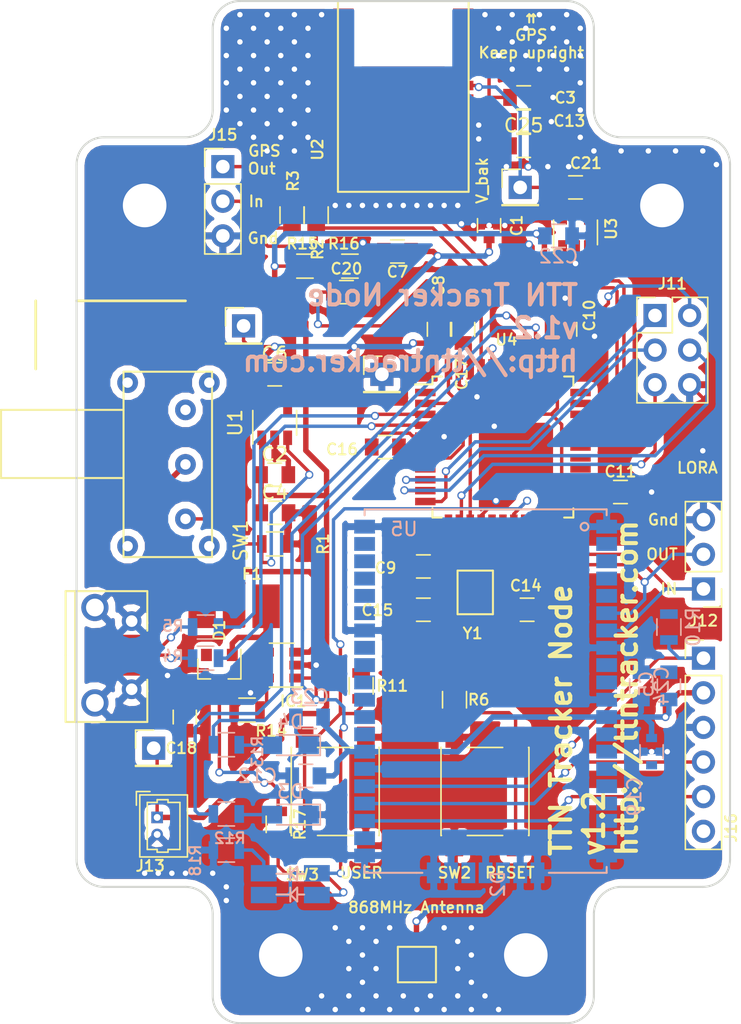
<source format=kicad_pcb>
(kicad_pcb (version 20171130) (host pcbnew "(5.0.1)-3")
  (layers (0 F.Cu signal) (31 B.Cu signal) (34 B.Paste user) (35 F.Paste user) (36 B.SilkS user) (37 F.SilkS user) (38 B.Mask user) (39 F.Mask user) (44 Edge.Cuts user))
  (net 0 "")
  (net 1 GND)
  (net 2 "Net-(C14-Pad1)")
  (net 3 "Net-(C15-Pad1)")
  (net 4 "Net-(C16-Pad1)")
  (net 5 "Net-(F1-Pad2)")
  (net 6 "Net-(R3-Pad2)")
  (net 7 "Net-(U2-Pad16)")
  (net 8 "Net-(IC1-Pad5)")
  (net 9 "Net-(J6-Pad2)")
  (net 10 "Net-(J6-Pad3)")
  (net 11 "Net-(J17-Pad1)")
  (net 12 "Net-(D3-Pad2)")
  (net 13 "Net-(D4-Pad2)")
  (net 14 V_3.3)
  (net 15 /Sheet5C378858/GPS_POWER)
  (net 16 V_BATT)
  (net 17 /Sheet5C378858/RN_POWER)
  (net 18 "Net-(C14-Pad2)")
  (net 19 "Net-(C15-Pad2)")
  (net 20 "Net-(C16-Pad2)")
  (net 21 "Net-(C17-Pad2)")
  (net 22 /power/V_Charger)
  (net 23 /Microcontroller/BAT_MEASURE)
  (net 24 V_BAK)
  (net 25 V_BUS)
  (net 26 /Microcontroller/CHARGE_STATUS)
  (net 27 /Microcontroller/MISO)
  (net 28 /Microcontroller/SCK)
  (net 29 /Microcontroller/MOSI)
  (net 30 /Microcontroller/RESET)
  (net 31 /Microcontroller/UART_RN_IN)
  (net 32 /Microcontroller/UART_RN_OUT)
  (net 33 /Microcontroller/UART_GPS_OUT)
  (net 34 /Microcontroller/UART_GPS_IN)
  (net 35 /Microcontroller/RN_RESET)
  (net 36 /Sheet5C378858/RN_PGD)
  (net 37 /Sheet5C378858/RN_PGC)
  (net 38 /power/REG_ENABLE)
  (net 39 "Net-(R2-Pad1)")
  (net 40 /Microcontroller/USBD+)
  (net 41 /Microcontroller/USBD-)
  (net 42 /Microcontroller/BUTTON_1)
  (net 43 /Microcontroller/LED0)
  (net 44 /Microcontroller/LED1)
  (net 45 "Net-(D2-Pad3)")
  (net 46 "Net-(D2-Pad2)")
  (module Socket_Strips:Socket_Strip_Straight_1x01_Pitch2.54mm (layer F.Cu) (at 132.588 74.676)
    (fp_text reference J9 hide)
    (fp_text value "Test V_bak")
    (pad 1 thru_hole rect (at 0 0) (size 1.7 1.7) (drill 1) (layers *.Cu *.Mask) (net 24 V_BAK))
  )
  (module Capacitors_SMD:C_0805 (layer B.Cu) (at 143.51 111.252 90)
    (fp_text reference C5 (at 0.127 -1.651 90) (layer B.SilkS) (effects (justify mirror)))
    (fp_text value 10uF)
    (pad 1 smd rect (at -1 0 90) (size 1 1.25) (layers B.Cu B.Paste B.Mask) (net 17 /Sheet5C378858/RN_POWER))
    (pad 2 smd rect (at 1 0 90) (size 1 1.25) (layers B.Cu B.Paste B.Mask) (net 1 GND))
  )
  (module Pin_Headers:Pin_Header_Straight_2x03_Pitch2.54mm (layer F.Cu) (at 142.494 84.074)
    (fp_text reference J11 (at 1.27 -2.33) (layer F.SilkS) (effects (font (size 0.8 0.8))))
    (fp_text value "AVR ICSP")
    (pad 1 thru_hole rect (at 0 0) (size 1.7 1.7) (drill 1) (layers *.Cu *.Mask) (net 27 /Microcontroller/MISO))
    (pad 2 thru_hole oval (at 2.54 0) (size 1.7 1.7) (drill 1) (layers *.Cu *.Mask) (net 14 V_3.3))
    (pad 3 thru_hole oval (at 0 2.54) (size 1.7 1.7) (drill 1) (layers *.Cu *.Mask) (net 28 /Microcontroller/SCK))
    (pad 4 thru_hole oval (at 2.54 2.54) (size 1.7 1.7) (drill 1) (layers *.Cu *.Mask) (net 29 /Microcontroller/MOSI))
    (pad 5 thru_hole oval (at 0 5.08) (size 1.7 1.7) (drill 1) (layers *.Cu *.Mask) (net 30 /Microcontroller/RESET))
    (pad 6 thru_hole oval (at 2.54 5.08) (size 1.7 1.7) (drill 1) (layers *.Cu *.Mask) (net 1 GND))
  )
  (module TO_SOT_Packages_SMD:SOT-23-5 (layer F.Cu) (at 115.062 109.728 180)
    (fp_text reference IC1 (at -0.854 -2.65 180) (layer F.SilkS) (effects (font (size 0.8 0.8))))
    (fp_text value MCP73831/2)
    (pad 1 smd rect (at -1.1 -0.95 180) (size 1.06 0.65) (layers F.Cu F.Paste F.Mask) (net 26 /Microcontroller/CHARGE_STATUS))
    (pad 2 smd rect (at -1.1 0 180) (size 1.06 0.65) (layers F.Cu F.Paste F.Mask) (net 1 GND))
    (pad 3 smd rect (at -1.1 0.95 180) (size 1.06 0.65) (layers F.Cu F.Paste F.Mask) (net 16 V_BATT))
    (pad 4 smd rect (at 1.1 0.95 180) (size 1.06 0.65) (layers F.Cu F.Paste F.Mask) (net 22 /power/V_Charger))
    (pad 5 smd rect (at 1.1 -0.95 180) (size 1.06 0.65) (layers F.Cu F.Paste F.Mask) (net 8 "Net-(IC1-Pad5)"))
  )
  (module Diodes_SMD:D_SOT-23_ANK (layer F.Cu) (at 110.49 109.982 270)
    (fp_text reference D1 (at -2.794 0 270) (layer F.SilkS) (effects (font (size 0.8 0.8))))
    (fp_text value "BAS K73")
    (pad 2 smd rect (at -1 -0.95 270) (size 0.9 0.8) (layers F.Cu F.Paste F.Mask) (net 25 V_BUS))
    (pad "" smd rect (at -1 0.95 270) (size 0.9 0.8) (layers F.Cu F.Paste F.Mask))
    (pad 1 smd rect (at 1 0 270) (size 0.9 0.8) (layers F.Cu F.Paste F.Mask) (net 22 /power/V_Charger))
  )
  (module Connectors_Molex:Molex_PicoBlade_53047-0210_02x1.25mm_Straight (layer F.Cu) (at 105.918 120.904 270)
    (fp_text reference J13 (at 3.556 0.508) (layer F.SilkS) (effects (font (size 0.8 0.8))))
    (fp_text value LIPO_BAT)
    (pad 1 thru_hole rect (at 0 0 270) (size 0.85 0.85) (drill 0.5) (layers *.Cu *.Mask) (net 16 V_BATT))
    (pad 2 thru_hole circle (at 1.25 0 270) (size 0.85 0.85) (drill 0.5) (layers *.Cu *.Mask) (net 1 GND))
  )
  (module Capacitors_SMD:C_0805 (layer F.Cu) (at 136.652 74.676)
    (fp_text reference C21 (at 0.762 -1.778) (layer F.SilkS) (effects (font (size 0.8 0.8))))
    (fp_text value 100nF)
    (pad 1 smd rect (at -1 0) (size 1 1.25) (layers F.Cu F.Paste F.Mask) (net 24 V_BAK))
    (pad 2 smd rect (at 1 0) (size 1 1.25) (layers F.Cu F.Paste F.Mask) (net 1 GND))
  )
  (module Resistors_SMD:R_0805 (layer F.Cu) (at 114.808 121.412 270)
    (fp_text reference R17 (at 0 -1.596 270) (layer F.SilkS) (effects (font (size 0.8 0.8))))
    (fp_text value 470)
    (pad 1 smd rect (at -0.95 0 270) (size 0.7 1.3) (layers F.Cu F.Paste F.Mask) (net 22 /power/V_Charger))
    (pad 2 smd rect (at 0.95 0 270) (size 0.7 1.3) (layers F.Cu F.Paste F.Mask) (net 45 "Net-(D2-Pad3)"))
  )
  (module Capacitors_SMD:C_0805 (layer F.Cu) (at 132.842 68.072)
    (fp_text reference C3 (at 3.058 0.028) (layer F.SilkS) (effects (font (size 0.8 0.8))))
    (fp_text value 10uF)
    (pad 1 smd rect (at -1 0) (size 1 1.25) (layers F.Cu F.Paste F.Mask) (net 15 /Sheet5C378858/GPS_POWER))
    (pad 2 smd rect (at 1 0) (size 1 1.25) (layers F.Cu F.Paste F.Mask) (net 1 GND))
  )
  (module Capacitors_SMD:C_0805 (layer F.Cu) (at 123.571 79.375 180)
    (fp_text reference C7 (at 0 -1.5 180) (layer F.SilkS) (effects (font (size 0.8 0.8))))
    (fp_text value 100nF)
    (pad 1 smd rect (at -1 0 180) (size 1 1.25) (layers F.Cu F.Paste F.Mask) (net 14 V_3.3))
    (pad 2 smd rect (at 1 0 180) (size 1 1.25) (layers F.Cu F.Paste F.Mask) (net 1 GND))
  )
  (module Capacitors_SMD:C_0805 (layer F.Cu) (at 126.619 85.09 90)
    (fp_text reference C8 (at 3.19 -0.019 90) (layer F.SilkS) (effects (font (size 0.8 0.8))))
    (fp_text value 100nF)
    (pad 1 smd rect (at -1 0 90) (size 1 1.25) (layers F.Cu F.Paste F.Mask) (net 14 V_3.3))
    (pad 2 smd rect (at 1 0 90) (size 1 1.25) (layers F.Cu F.Paste F.Mask) (net 1 GND))
  )
  (module Capacitors_SMD:C_0805 (layer F.Cu) (at 125.476 102.489 180)
    (fp_text reference C9 (at 2.776 -0.111 180) (layer F.SilkS) (effects (font (size 0.8 0.8))))
    (fp_text value 100nF)
    (pad 1 smd rect (at -1 0 180) (size 1 1.25) (layers F.Cu F.Paste F.Mask) (net 14 V_3.3))
    (pad 2 smd rect (at 1 0 180) (size 1 1.25) (layers F.Cu F.Paste F.Mask) (net 1 GND))
  )
  (module Capacitors_SMD:C_0805 (layer F.Cu) (at 135.89 85.09 90)
    (fp_text reference C10 (at 1.016 1.778 90) (layer F.SilkS) (effects (font (size 0.8 0.8))))
    (fp_text value 100nF)
    (pad 1 smd rect (at -1 0 90) (size 1 1.25) (layers F.Cu F.Paste F.Mask) (net 14 V_3.3))
    (pad 2 smd rect (at 1 0 90) (size 1 1.25) (layers F.Cu F.Paste F.Mask) (net 1 GND))
  )
  (module Capacitors_SMD:C_0805 (layer F.Cu) (at 139.954 97.028)
    (fp_text reference C11 (at 0 -1.5) (layer F.SilkS) (effects (font (size 0.8 0.8))))
    (fp_text value 100nF)
    (pad 1 smd rect (at -1 0) (size 1 1.25) (layers F.Cu F.Paste F.Mask) (net 14 V_3.3))
    (pad 2 smd rect (at 1 0) (size 1 1.25) (layers F.Cu F.Paste F.Mask) (net 1 GND))
  )
  (module Capacitors_SMD:C_0805 (layer B.Cu) (at 116.84 117.856 180)
    (fp_text reference C12 (at 3.556 0 180) (layer B.SilkS) (effects (justify mirror)))
    (fp_text value 100nF)
    (pad 1 smd rect (at -1 0 180) (size 1 1.25) (layers B.Cu B.Paste B.Mask) (net 17 /Sheet5C378858/RN_POWER))
    (pad 2 smd rect (at 1 0 180) (size 1 1.25) (layers B.Cu B.Paste B.Mask) (net 1 GND))
  )
  (module Capacitors_SMD:C_0805 (layer F.Cu) (at 132.842 69.85)
    (fp_text reference C13 (at 3.358 -0.05) (layer F.SilkS) (effects (font (size 0.8 0.8))))
    (fp_text value 100nF)
    (pad 1 smd rect (at -1 0) (size 1 1.25) (layers F.Cu F.Paste F.Mask) (net 15 /Sheet5C378858/GPS_POWER))
    (pad 2 smd rect (at 1 0) (size 1 1.25) (layers F.Cu F.Paste F.Mask) (net 1 GND))
  )
  (module Capacitors_SMD:C_0805 (layer F.Cu) (at 133.096 105.664)
    (fp_text reference C14 (at -0.096 -1.764) (layer F.SilkS) (effects (font (size 0.8 0.8))))
    (fp_text value 22pF)
    (pad 1 smd rect (at -1 0) (size 1 1.25) (layers F.Cu F.Paste F.Mask) (net 1 GND))
    (pad 2 smd rect (at 1 0) (size 1 1.25) (layers F.Cu F.Paste F.Mask) (net 18 "Net-(C14-Pad2)"))
  )
  (module Capacitors_SMD:C_0805 (layer F.Cu) (at 125.476 105.664 180)
    (fp_text reference C15 (at 3.376 -0.036 180) (layer F.SilkS) (effects (font (size 0.8 0.8))))
    (fp_text value 22pF)
    (pad 1 smd rect (at -1 0 180) (size 1 1.25) (layers F.Cu F.Paste F.Mask) (net 1 GND))
    (pad 2 smd rect (at 1 0 180) (size 1 1.25) (layers F.Cu F.Paste F.Mask) (net 19 "Net-(C15-Pad2)"))
  )
  (module Capacitors_SMD:C_0805 (layer F.Cu) (at 122.682 93.726 180)
    (fp_text reference C16 (at 3.182 -0.174 180) (layer F.SilkS) (effects (font (size 0.8 0.8))))
    (fp_text value 1uF)
    (pad 1 smd rect (at -1 0 180) (size 1 1.25) (layers F.Cu F.Paste F.Mask) (net 1 GND))
    (pad 2 smd rect (at 1 0 180) (size 1 1.25) (layers F.Cu F.Paste F.Mask) (net 20 "Net-(C16-Pad2)"))
  )
  (module Capacitors_SMD:C_0805 (layer F.Cu) (at 128.397 85.09 270)
    (fp_text reference C17 (at 3.29 0.103 270) (layer F.SilkS) (effects (font (size 0.8 0.8))))
    (fp_text value 100nF)
    (pad 1 smd rect (at -1 0 270) (size 1 1.25) (layers F.Cu F.Paste F.Mask) (net 1 GND))
    (pad 2 smd rect (at 1 0 270) (size 1 1.25) (layers F.Cu F.Paste F.Mask) (net 21 "Net-(C17-Pad2)"))
  )
  (module Capacitors_SMD:C_0805 (layer F.Cu) (at 107.95 113.538 270)
    (fp_text reference C18 (at 2.286 0.254) (layer F.SilkS) (effects (font (size 0.8 0.8))))
    (fp_text value 10uF)
    (pad 1 smd rect (at -1 0 270) (size 1 1.25) (layers F.Cu F.Paste F.Mask) (net 22 /power/V_Charger))
    (pad 2 smd rect (at 1 0 270) (size 1 1.25) (layers F.Cu F.Paste F.Mask) (net 1 GND))
  )
  (module Capacitors_SMD:C_0805 (layer F.Cu) (at 119.8245 82.3595 180)
    (fp_text reference C20 (at 0 1.7145 180) (layer F.SilkS) (effects (font (size 0.8 0.8))))
    (fp_text value 100nF)
    (pad 1 smd rect (at -1 0 180) (size 1 1.25) (layers F.Cu F.Paste F.Mask) (net 1 GND))
    (pad 2 smd rect (at 1 0 180) (size 1 1.25) (layers F.Cu F.Paste F.Mask) (net 23 /Microcontroller/BAT_MEASURE))
  )
  (module "gps_node_components:bourns polyfuse" (layer F.Cu) (at 111.57 105.41 180)
    (fp_text reference F1 (at -1.309 2.369 180) (layer F.SilkS) (effects (font (size 0.8 0.8))))
    (fp_text value Polyfuse)
    (pad 1 smd rect (at -2.35 0 180) (size 2 3.2) (layers F.Cu F.Paste F.Mask) (net 25 V_BUS))
    (pad 2 smd rect (at 2.35 0 180) (size 2 3.2) (layers F.Cu F.Paste F.Mask) (net 5 "Net-(F1-Pad2)"))
  )
  (module gps_node_components:Molex_Microusb (layer F.Cu) (at 104.046 109 270)
    (fp_text reference J6 hide)
    (fp_text value USB_OTG)
    (pad 1 smd rect (at -1.3 -0.325 270) (size 0.4 2) (layers F.Cu F.Paste F.Mask) (net 5 "Net-(F1-Pad2)"))
    (pad 2 smd rect (at -0.65 -0.325 270) (size 0.4 2) (layers F.Cu F.Paste F.Mask) (net 9 "Net-(J6-Pad2)"))
    (pad 3 smd rect (at 0 -0.325 270) (size 0.4 2) (layers F.Cu F.Paste F.Mask) (net 10 "Net-(J6-Pad3)"))
    (pad 4 smd rect (at 0.65 -0.325 270) (size 0.4 2) (layers F.Cu F.Paste F.Mask))
    (pad 5 smd rect (at 1.3 -0.325 270) (size 0.4 2) (layers F.Cu F.Paste F.Mask) (net 1 GND))
    (pad 6 thru_hole circle (at -2.5 0 270) (size 1.45 1.45) (drill 0.85) (layers *.Cu *.Mask) (net 1 GND))
    (pad 6 thru_hole circle (at 2.5 0 270) (size 1.45 1.45) (drill 0.85) (layers *.Cu *.Mask) (net 1 GND))
    (pad 6 thru_hole circle (at -3.5 2.7 270) (size 2 2) (drill 1.3) (layers *.Cu *.Mask) (net 1 GND))
    (pad 6 thru_hole circle (at 3.5 2.7 270) (size 2 2) (drill 1.3) (layers *.Cu *.Mask) (net 1 GND))
  )
  (module Pin_Headers:Pin_Header_Straight_1x06_Pitch2.54mm (layer F.Cu) (at 146.05 109.22)
    (fp_text reference J16 (at 2.032 12.446 90) (layer F.SilkS) (effects (font (size 0.8 0.8))))
    (fp_text value FW_UPDATE)
    (pad 1 thru_hole rect (at 0 0) (size 1.7 1.7) (drill 1) (layers *.Cu *.Mask) (net 35 /Microcontroller/RN_RESET))
    (pad 2 thru_hole oval (at 0 2.54) (size 1.7 1.7) (drill 1) (layers *.Cu *.Mask) (net 17 /Sheet5C378858/RN_POWER))
    (pad 3 thru_hole oval (at 0 5.08) (size 1.7 1.7) (drill 1) (layers *.Cu *.Mask) (net 1 GND))
    (pad 4 thru_hole oval (at 0 7.62) (size 1.7 1.7) (drill 1) (layers *.Cu *.Mask) (net 36 /Sheet5C378858/RN_PGD))
    (pad 5 thru_hole oval (at 0 10.16) (size 1.7 1.7) (drill 1) (layers *.Cu *.Mask) (net 37 /Sheet5C378858/RN_PGC))
    (pad 6 thru_hole oval (at 0 12.7) (size 1.7 1.7) (drill 1) (layers *.Cu *.Mask))
  )
  (module Mounting_Holes:MountingHole_3.2mm_M3_ISO14580_Pad (layer F.Cu) (at 105 76)
    (fp_text reference J1 hide)
    (fp_text value "Mounting Hole")
    (pad 1 thru_hole circle (at 0 0) (size 5.5 5.5) (drill 3.2) (layers *.Cu *.Mask) (net 1 GND))
  )
  (module Mounting_Holes:MountingHole_3.2mm_M3_ISO14580_Pad (layer F.Cu) (at 133 131)
    (fp_text reference J2 hide)
    (fp_text value "Mounting Hole")
    (pad 1 thru_hole circle (at 0 0) (size 5.5 5.5) (drill 3.2) (layers *.Cu *.Mask) (net 1 GND))
  )
  (module Mounting_Holes:MountingHole_3.2mm_M3_ISO14580_Pad (layer F.Cu) (at 143 76)
    (fp_text reference J3 hide)
    (fp_text value "Mounting Hole")
    (pad 1 thru_hole circle (at 0 0) (size 5.5 5.5) (drill 3.2) (layers *.Cu *.Mask) (net 1 GND))
  )
  (module Mounting_Holes:MountingHole_3.2mm_M3_ISO14580_Pad (layer F.Cu) (at 115 131)
    (fp_text reference J4 hide)
    (fp_text value "Mounting Hole")
    (pad 1 thru_hole circle (at 0 0) (size 5.5 5.5) (drill 3.2) (layers *.Cu *.Mask) (net 1 GND))
  )
  (module Socket_Strips:Socket_Strip_Straight_1x01_Pitch2.54mm (layer F.Cu) (at 105.664 115.824)
    (fp_text reference J5 hide)
    (fp_text value "TEST Vbatt")
    (pad 1 thru_hole rect (at 0 0) (size 1.7 1.7) (drill 1) (layers *.Cu *.Mask) (net 16 V_BATT))
  )
  (module Socket_Strips:Socket_Strip_Straight_1x01_Pitch2.54mm (layer F.Cu) (at 112.268 84.836)
    (fp_text reference J7 hide)
    (fp_text value "Test 3.3v")
    (pad 1 thru_hole rect (at 0 0) (size 1.7 1.7) (drill 1) (layers *.Cu *.Mask) (net 14 V_3.3))
  )
  (module Socket_Strips:Socket_Strip_Straight_1x01_Pitch2.54mm (layer F.Cu) (at 122.428 88.392)
    (fp_text reference J8 hide)
    (fp_text value "Test Gnd")
    (pad 1 thru_hole rect (at 0 0) (size 1.7 1.7) (drill 1) (layers *.Cu *.Mask) (net 1 GND))
  )
  (module Pin_Headers:Pin_Header_Straight_1x03_Pitch2.54mm (layer F.Cu) (at 146.05 104.14 180)
    (fp_text reference J12 (at 0 -2.33 180) (layer F.SilkS) (effects (font (size 0.8 0.8))))
    (fp_text value "UART RF")
    (pad 1 thru_hole rect (at 0 0 180) (size 1.7 1.7) (drill 1) (layers *.Cu *.Mask) (net 31 /Microcontroller/UART_RN_IN))
    (pad 2 thru_hole oval (at 0 2.54 180) (size 1.7 1.7) (drill 1) (layers *.Cu *.Mask) (net 32 /Microcontroller/UART_RN_OUT))
    (pad 3 thru_hole oval (at 0 5.08 180) (size 1.7 1.7) (drill 1) (layers *.Cu *.Mask) (net 1 GND))
  )
  (module Pin_Headers:Pin_Header_Straight_1x03_Pitch2.54mm (layer F.Cu) (at 110.744 73.152)
    (fp_text reference J15 (at 0 -2.33) (layer F.SilkS) (effects (font (size 0.8 0.8))))
    (fp_text value "UART GPS")
    (pad 1 thru_hole rect (at 0 0) (size 1.7 1.7) (drill 1) (layers *.Cu *.Mask) (net 33 /Microcontroller/UART_GPS_OUT))
    (pad 2 thru_hole oval (at 0 2.54) (size 1.7 1.7) (drill 1) (layers *.Cu *.Mask) (net 34 /Microcontroller/UART_GPS_IN))
    (pad 3 thru_hole oval (at 0 5.08) (size 1.7 1.7) (drill 1) (layers *.Cu *.Mask) (net 1 GND))
  )
  (module Resistors_SMD:R_0805 (layer F.Cu) (at 114.554 100.838)
    (fp_text reference R1 (at 3.556 0 90) (layer F.SilkS) (effects (font (size 0.8 0.8))))
    (fp_text value 10k)
    (pad 1 smd rect (at -0.95 0) (size 0.7 1.3) (layers F.Cu F.Paste F.Mask) (net 38 /power/REG_ENABLE))
    (pad 2 smd rect (at 0.95 0) (size 0.7 1.3) (layers F.Cu F.Paste F.Mask) (net 1 GND))
  )
  (module Resistors_SMD:R_0805 (layer B.Cu) (at 110.998 115.57)
    (fp_text reference R13 (at 2.286 0.508 270) (layer B.SilkS) (effects (font (size 0.8 0.8)) (justify mirror)))
    (fp_text value 1k)
    (pad 1 smd rect (at -0.95 0) (size 0.7 1.3) (layers B.Cu B.Paste B.Mask) (net 44 /Microcontroller/LED1))
    (pad 2 smd rect (at 0.95 0) (size 0.7 1.3) (layers B.Cu B.Paste B.Mask) (net 13 "Net-(D4-Pad2)"))
  )
  (module Resistors_SMD:R_0805 (layer F.Cu) (at 117.602 76.708 270)
    (fp_text reference R2 (at 2.508 -0.102 270) (layer F.SilkS) (effects (font (size 0.8 0.8))))
    (fp_text value 220)
    (pad 1 smd rect (at -0.95 0 270) (size 0.7 1.3) (layers F.Cu F.Paste F.Mask) (net 39 "Net-(R2-Pad1)"))
    (pad 2 smd rect (at 0.95 0 270) (size 0.7 1.3) (layers F.Cu F.Paste F.Mask) (net 34 /Microcontroller/UART_GPS_IN))
  )
  (module Resistors_SMD:R_0805 (layer F.Cu) (at 115.824 76.708 90)
    (fp_text reference R3 (at 2.508 0.076 90) (layer F.SilkS) (effects (font (size 0.8 0.8))))
    (fp_text value 220)
    (pad 1 smd rect (at -0.95 0 90) (size 0.7 1.3) (layers F.Cu F.Paste F.Mask) (net 33 /Microcontroller/UART_GPS_OUT))
    (pad 2 smd rect (at 0.95 0 90) (size 0.7 1.3) (layers F.Cu F.Paste F.Mask) (net 6 "Net-(R3-Pad2)"))
  )
  (module Resistors_SMD:R_0805 (layer B.Cu) (at 109.474 109.22)
    (fp_text reference R4 (at -2.396 -0.159) (layer B.SilkS) (effects (font (size 0.8 0.8)) (justify mirror)))
    (fp_text value 22)
    (pad 1 smd rect (at -0.95 0) (size 0.7 1.3) (layers B.Cu B.Paste B.Mask) (net 10 "Net-(J6-Pad3)"))
    (pad 2 smd rect (at 0.95 0) (size 0.7 1.3) (layers B.Cu B.Paste B.Mask) (net 40 /Microcontroller/USBD+))
  )
  (module Resistors_SMD:R_0805 (layer B.Cu) (at 109.474 106.934)
    (fp_text reference R5 (at -2.396 -0.081) (layer B.SilkS) (effects (font (size 0.8 0.8)) (justify mirror)))
    (fp_text value 22)
    (pad 1 smd rect (at -0.95 0) (size 0.7 1.3) (layers B.Cu B.Paste B.Mask) (net 9 "Net-(J6-Pad2)"))
    (pad 2 smd rect (at 0.95 0) (size 0.7 1.3) (layers B.Cu B.Paste B.Mask) (net 41 /Microcontroller/USBD-))
  )
  (module Resistors_SMD:R_0805 (layer F.Cu) (at 127.762 112.268 270)
    (fp_text reference R6 (at 0 -1.778) (layer F.SilkS) (effects (font (size 0.8 0.8))))
    (fp_text value 10k)
    (pad 1 smd rect (at -0.95 0 270) (size 0.7 1.3) (layers F.Cu F.Paste F.Mask) (net 14 V_3.3))
    (pad 2 smd rect (at 0.95 0 270) (size 0.7 1.3) (layers F.Cu F.Paste F.Mask) (net 30 /Microcontroller/RESET))
  )
  (module Resistors_SMD:R_0805 (layer B.Cu) (at 110.998 120.65)
    (fp_text reference R12 (at 0.254 1.778) (layer B.SilkS) (effects (font (size 0.8 0.8)) (justify mirror)))
    (fp_text value 1k)
    (pad 1 smd rect (at -0.95 0) (size 0.7 1.3) (layers B.Cu B.Paste B.Mask) (net 43 /Microcontroller/LED0))
    (pad 2 smd rect (at 0.95 0) (size 0.7 1.3) (layers B.Cu B.Paste B.Mask) (net 12 "Net-(D3-Pad2)"))
  )
  (module Resistors_SMD:R_0805 (layer F.Cu) (at 112.522 113.03 180)
    (fp_text reference R14 (at -1.778 -1.524 180) (layer F.SilkS) (effects (font (size 0.8 0.8))))
    (fp_text value 2k)
    (pad 1 smd rect (at -0.95 0 180) (size 0.7 1.3) (layers F.Cu F.Paste F.Mask) (net 8 "Net-(IC1-Pad5)"))
    (pad 2 smd rect (at 0.95 0 180) (size 0.7 1.3) (layers F.Cu F.Paste F.Mask) (net 1 GND))
  )
  (module Resistors_SMD:R_0805 (layer F.Cu) (at 116.7765 80.4545)
    (fp_text reference R15 (at -0.1905 -1.65) (layer F.SilkS) (effects (font (size 0.8 0.8))))
    (fp_text value 100k)
    (pad 1 smd rect (at -0.95 0) (size 0.7 1.3) (layers F.Cu F.Paste F.Mask) (net 16 V_BATT))
    (pad 2 smd rect (at 0.95 0) (size 0.7 1.3) (layers F.Cu F.Paste F.Mask) (net 23 /Microcontroller/BAT_MEASURE))
  )
  (module Resistors_SMD:R_0805 (layer F.Cu) (at 120.0785 80.4545)
    (fp_text reference R16 (at -0.4445 -1.65) (layer F.SilkS) (effects (font (size 0.8 0.8))))
    (fp_text value 100k)
    (pad 1 smd rect (at -0.95 0) (size 0.7 1.3) (layers F.Cu F.Paste F.Mask) (net 23 /Microcontroller/BAT_MEASURE))
    (pad 2 smd rect (at 0.95 0) (size 0.7 1.3) (layers F.Cu F.Paste F.Mask) (net 1 GND))
  )
  (module Resistors_SMD:R_0805 (layer B.Cu) (at 111 123.3 180)
    (fp_text reference R18 (at 2.286 -0.762 90) (layer B.SilkS) (effects (font (size 0.8 0.8)) (justify mirror)))
    (fp_text value 470)
    (pad 1 smd rect (at -0.95 0 180) (size 0.7 1.3) (layers B.Cu B.Paste B.Mask) (net 46 "Net-(D2-Pad2)"))
    (pad 2 smd rect (at 0.95 0 180) (size 0.7 1.3) (layers B.Cu B.Paste B.Mask) (net 1 GND))
  )
  (module Buttons_Switches_SMD:SW_SPST_PTS645 (layer F.Cu) (at 130 119 270)
    (fp_text reference SW2 (at 5.968 2.238) (layer F.SilkS) (effects (font (size 0.8 0.8))))
    (fp_text value SW_Push)
    (pad 2 smd rect (at -3.98 2.25 270) (size 1.55 1.3) (layers F.Cu F.Paste F.Mask) (net 1 GND))
    (pad 1 smd rect (at -3.98 -2.25 270) (size 1.55 1.3) (layers F.Cu F.Paste F.Mask) (net 30 /Microcontroller/RESET))
    (pad 1 smd rect (at 3.98 -2.25 270) (size 1.55 1.3) (layers F.Cu F.Paste F.Mask) (net 30 /Microcontroller/RESET))
    (pad 2 smd rect (at 3.98 2.25 270) (size 1.55 1.3) (layers F.Cu F.Paste F.Mask) (net 1 GND))
  )
  (module drawn_by_jpmeijers:ublox-cam-m8q-0 (layer F.Cu) (at 124 75 90)
    (fp_text reference U2 (at 3.1 -6.3 90) (layer F.SilkS) (effects (font (size 0.8 0.8))))
    (fp_text value ublox-cam-m8q-0)
    (pad 1 smd rect (at 0.8 4.4 90) (size 0.7 1.5) (layers F.Cu F.Paste F.Mask) (net 15 /Sheet5C378858/GPS_POWER))
    (pad 2 smd rect (at 1.8 4.4 90) (size 0.7 1.5) (layers F.Cu F.Paste F.Mask))
    (pad 3 smd rect (at 2.8 4.4 90) (size 0.7 1.5) (layers F.Cu F.Paste F.Mask))
    (pad 4 smd rect (at 3.8 4.4 90) (size 0.7 1.5) (layers F.Cu F.Paste F.Mask) (net 1 GND))
    (pad 5 smd rect (at 4.8 4.4 90) (size 0.7 1.5) (layers F.Cu F.Paste F.Mask) (net 1 GND))
    (pad 6 smd rect (at 5.8 4.4 90) (size 0.7 1.5) (layers F.Cu F.Paste F.Mask))
    (pad 7 smd rect (at 6.8 4.4 90) (size 0.7 1.5) (layers F.Cu F.Paste F.Mask))
    (pad 8 smd rect (at 7.8 4.4 90) (size 0.7 1.5) (layers F.Cu F.Paste F.Mask) (net 24 V_BAK))
    (pad 9 smd rect (at 8.8 4.4 90) (size 0.7 1.5) (layers F.Cu F.Paste F.Mask) (net 15 /Sheet5C378858/GPS_POWER))
    (pad 10 smd rect (at 9.8 4.4 90) (size 0.7 1.5) (layers F.Cu F.Paste F.Mask) (net 1 GND))
    (pad 11 smd rect (at 10.8 4.4 90) (size 0.7 1.5) (layers F.Cu F.Paste F.Mask) (net 1 GND))
    (pad 12 smd rect (at 11.8 4.4 90) (size 0.7 1.5) (layers F.Cu F.Paste F.Mask) (net 1 GND))
    (pad 13 smd rect (at 12.95 4.4 90) (size 1 1.5) (layers F.Cu F.Paste F.Mask) (net 1 GND))
    (pad 14 smd rect (at 12.95 -4.4 90) (size 1 1.5) (layers F.Cu F.Paste F.Mask) (net 1 GND))
    (pad 15 smd rect (at 11.8 -4.4 90) (size 0.7 1.5) (layers F.Cu F.Paste F.Mask) (net 1 GND))
    (pad 16 smd rect (at 10.8 -4.4 90) (size 0.7 1.5) (layers F.Cu F.Paste F.Mask) (net 7 "Net-(U2-Pad16)"))
    (pad 17 smd rect (at 9.8 -4.4 90) (size 0.7 1.5) (layers F.Cu F.Paste F.Mask) (net 7 "Net-(U2-Pad16)"))
    (pad 18 smd rect (at 8.8 -4.4 90) (size 0.7 1.5) (layers F.Cu F.Paste F.Mask) (net 1 GND))
    (pad 19 smd rect (at 7.8 -4.4 90) (size 0.7 1.5) (layers F.Cu F.Paste F.Mask) (net 1 GND))
    (pad 20 smd rect (at 6.8 -4.4 90) (size 0.7 1.5) (layers F.Cu F.Paste F.Mask))
    (pad 21 smd rect (at 5.8 -4.4 90) (size 0.7 1.5) (layers F.Cu F.Paste F.Mask) (net 1 GND))
    (pad 22 smd rect (at 4.8 -4.4 90) (size 0.7 1.5) (layers F.Cu F.Paste F.Mask) (net 1 GND))
    (pad 23 smd rect (at 3.8 -4.4 90) (size 0.7 1.5) (layers F.Cu F.Paste F.Mask))
    (pad 24 smd rect (at 2.8 -4.4 90) (size 0.7 1.5) (layers F.Cu F.Paste F.Mask))
    (pad 25 smd rect (at 1.8 -4.4 90) (size 0.7 1.5) (layers F.Cu F.Paste F.Mask) (net 6 "Net-(R3-Pad2)"))
    (pad 26 smd rect (at 0.8 -4.4 90) (size 0.7 1.5) (layers F.Cu F.Paste F.Mask) (net 39 "Net-(R2-Pad1)"))
    (pad 27 smd rect (at 0.4 -2 180) (size 0.7 1.5) (layers F.Cu F.Paste F.Mask) (net 1 GND))
    (pad 28 smd rect (at 0.4 -1 180) (size 0.7 1.5) (layers F.Cu F.Paste F.Mask))
    (pad 29 smd rect (at 0.4 0 180) (size 0.7 1.5) (layers F.Cu F.Paste F.Mask))
    (pad 30 smd rect (at 0.4 1 180) (size 0.7 1.5) (layers F.Cu F.Paste F.Mask))
    (pad 31 smd rect (at 0.4 2 180) (size 0.7 1.5) (layers F.Cu F.Paste F.Mask) (net 1 GND))
  )
  (module Housings_QFP:TQFP-44_10x10mm_Pitch0.8mm (layer F.Cu) (at 131.318 93.726)
    (fp_text reference U4 (at 0.254 -7.874) (layer F.SilkS) (effects (font (size 0.8 0.8))))
    (fp_text value ATMEGA32U4-AU)
    (pad 1 smd rect (at -5.7 -4) (size 1.5 0.55) (layers F.Cu F.Paste F.Mask))
    (pad 2 smd rect (at -5.7 -3.2) (size 1.5 0.55) (layers F.Cu F.Paste F.Mask) (net 25 V_BUS))
    (pad 3 smd rect (at -5.7 -2.4) (size 1.5 0.55) (layers F.Cu F.Paste F.Mask) (net 41 /Microcontroller/USBD-))
    (pad 4 smd rect (at -5.7 -1.6) (size 1.5 0.55) (layers F.Cu F.Paste F.Mask) (net 40 /Microcontroller/USBD+))
    (pad 5 smd rect (at -5.7 -0.8) (size 1.5 0.55) (layers F.Cu F.Paste F.Mask) (net 1 GND))
    (pad 6 smd rect (at -5.7 0) (size 1.5 0.55) (layers F.Cu F.Paste F.Mask) (net 20 "Net-(C16-Pad2)"))
    (pad 7 smd rect (at -5.7 0.8) (size 1.5 0.55) (layers F.Cu F.Paste F.Mask) (net 25 V_BUS))
    (pad 8 smd rect (at -5.7 1.6) (size 1.5 0.55) (layers F.Cu F.Paste F.Mask))
    (pad 9 smd rect (at -5.7 2.4) (size 1.5 0.55) (layers F.Cu F.Paste F.Mask) (net 28 /Microcontroller/SCK))
    (pad 10 smd rect (at -5.7 3.2) (size 1.5 0.55) (layers F.Cu F.Paste F.Mask) (net 29 /Microcontroller/MOSI))
    (pad 11 smd rect (at -5.7 4) (size 1.5 0.55) (layers F.Cu F.Paste F.Mask) (net 27 /Microcontroller/MISO))
    (pad 12 smd rect (at -4 5.7 90) (size 1.5 0.55) (layers F.Cu F.Paste F.Mask))
    (pad 13 smd rect (at -3.2 5.7 90) (size 1.5 0.55) (layers F.Cu F.Paste F.Mask) (net 30 /Microcontroller/RESET))
    (pad 14 smd rect (at -2.4 5.7 90) (size 1.5 0.55) (layers F.Cu F.Paste F.Mask) (net 14 V_3.3))
    (pad 15 smd rect (at -1.6 5.7 90) (size 1.5 0.55) (layers F.Cu F.Paste F.Mask) (net 1 GND))
    (pad 16 smd rect (at -0.8 5.7 90) (size 1.5 0.55) (layers F.Cu F.Paste F.Mask) (net 19 "Net-(C15-Pad2)"))
    (pad 17 smd rect (at 0 5.7 90) (size 1.5 0.55) (layers F.Cu F.Paste F.Mask) (net 18 "Net-(C14-Pad2)"))
    (pad 18 smd rect (at 0.8 5.7 90) (size 1.5 0.55) (layers F.Cu F.Paste F.Mask) (net 42 /Microcontroller/BUTTON_1))
    (pad 19 smd rect (at 1.6 5.7 90) (size 1.5 0.55) (layers F.Cu F.Paste F.Mask))
    (pad 20 smd rect (at 2.4 5.7 90) (size 1.5 0.55) (layers F.Cu F.Paste F.Mask) (net 32 /Microcontroller/UART_RN_OUT))
    (pad 21 smd rect (at 3.2 5.7 90) (size 1.5 0.55) (layers F.Cu F.Paste F.Mask) (net 31 /Microcontroller/UART_RN_IN))
    (pad 22 smd rect (at 4 5.7 90) (size 1.5 0.55) (layers F.Cu F.Paste F.Mask))
    (pad 23 smd rect (at 5.7 4) (size 1.5 0.55) (layers F.Cu F.Paste F.Mask) (net 1 GND))
    (pad 24 smd rect (at 5.7 3.2) (size 1.5 0.55) (layers F.Cu F.Paste F.Mask) (net 14 V_3.3))
    (pad 25 smd rect (at 5.7 2.4) (size 1.5 0.55) (layers F.Cu F.Paste F.Mask))
    (pad 26 smd rect (at 5.7 1.6) (size 1.5 0.55) (layers F.Cu F.Paste F.Mask))
    (pad 27 smd rect (at 5.7 0.8) (size 1.5 0.55) (layers F.Cu F.Paste F.Mask))
    (pad 28 smd rect (at 5.7 0) (size 1.5 0.55) (layers F.Cu F.Paste F.Mask))
    (pad 29 smd rect (at 5.7 -0.8) (size 1.5 0.55) (layers F.Cu F.Paste F.Mask) (net 33 /Microcontroller/UART_GPS_OUT))
    (pad 30 smd rect (at 5.7 -1.6) (size 1.5 0.55) (layers F.Cu F.Paste F.Mask) (net 34 /Microcontroller/UART_GPS_IN))
    (pad 31 smd rect (at 5.7 -2.4) (size 1.5 0.55) (layers F.Cu F.Paste F.Mask) (net 35 /Microcontroller/RN_RESET))
    (pad 32 smd rect (at 5.7 -3.2) (size 1.5 0.55) (layers F.Cu F.Paste F.Mask))
    (pad 33 smd rect (at 5.7 -4) (size 1.5 0.55) (layers F.Cu F.Paste F.Mask))
    (pad 34 smd rect (at 4 -5.7 90) (size 1.5 0.55) (layers F.Cu F.Paste F.Mask) (net 14 V_3.3))
    (pad 35 smd rect (at 3.2 -5.7 90) (size 1.5 0.55) (layers F.Cu F.Paste F.Mask) (net 1 GND))
    (pad 36 smd rect (at 2.4 -5.7 90) (size 1.5 0.55) (layers F.Cu F.Paste F.Mask) (net 44 /Microcontroller/LED1))
    (pad 37 smd rect (at 1.6 -5.7 90) (size 1.5 0.55) (layers F.Cu F.Paste F.Mask) (net 43 /Microcontroller/LED0))
    (pad 38 smd rect (at 0.8 -5.7 90) (size 1.5 0.55) (layers F.Cu F.Paste F.Mask))
    (pad 39 smd rect (at 0 -5.7 90) (size 1.5 0.55) (layers F.Cu F.Paste F.Mask))
    (pad 40 smd rect (at -0.8 -5.7 90) (size 1.5 0.55) (layers F.Cu F.Paste F.Mask) (net 26 /Microcontroller/CHARGE_STATUS))
    (pad 41 smd rect (at -1.6 -5.7 90) (size 1.5 0.55) (layers F.Cu F.Paste F.Mask) (net 23 /Microcontroller/BAT_MEASURE))
    (pad 42 smd rect (at -2.4 -5.7 90) (size 1.5 0.55) (layers F.Cu F.Paste F.Mask) (net 21 "Net-(C17-Pad2)"))
    (pad 43 smd rect (at -3.2 -5.7 90) (size 1.5 0.55) (layers F.Cu F.Paste F.Mask) (net 1 GND))
    (pad 44 smd rect (at -4 -5.7 90) (size 1.5 0.55) (layers F.Cu F.Paste F.Mask) (net 14 V_3.3))
  )
  (module drawn_by_jpmeijers:RN2483 (layer B.Cu) (at 121.158 98.298)
    (fp_text reference U5 (at 2.8956 1.4478) (layer B.SilkS) (effects (justify mirror)))
    (fp_text value RN2483 hide)
    (pad 47 smd rect (at 0 1.27) (size 1.524 1.016) (layers B.Cu B.Paste B.Mask) (net 1 GND))
    (pad 46 smd rect (at 0 2.54) (size 1.524 1.016) (layers B.Cu B.Paste B.Mask))
    (pad 45 smd rect (at 0 3.81) (size 1.524 1.016) (layers B.Cu B.Paste B.Mask))
    (pad 44 smd rect (at 0 5.08) (size 1.524 1.016) (layers B.Cu B.Paste B.Mask))
    (pad 43 smd rect (at 0 6.35) (size 1.524 1.016) (layers B.Cu B.Paste B.Mask))
    (pad 42 smd rect (at 0 7.62) (size 1.524 1.016) (layers B.Cu B.Paste B.Mask))
    (pad 41 smd rect (at 0 8.89) (size 1.524 1.016) (layers B.Cu B.Paste B.Mask) (net 1 GND))
    (pad 40 smd rect (at 0 10.16) (size 1.524 1.016) (layers B.Cu B.Paste B.Mask))
    (pad 39 smd rect (at 0 11.43) (size 1.524 1.016) (layers B.Cu B.Paste B.Mask))
    (pad 38 smd rect (at 0 12.7) (size 1.524 1.016) (layers B.Cu B.Paste B.Mask))
    (pad 37 smd rect (at 0 13.97) (size 1.524 1.016) (layers B.Cu B.Paste B.Mask))
    (pad 36 smd rect (at 0 15.24) (size 1.524 1.016) (layers B.Cu B.Paste B.Mask))
    (pad 35 smd rect (at 0 16.51) (size 1.524 1.016) (layers B.Cu B.Paste B.Mask))
    (pad 34 smd rect (at 0 17.78) (size 1.524 1.016) (layers B.Cu B.Paste B.Mask) (net 17 /Sheet5C378858/RN_POWER))
    (pad 33 smd rect (at 0 19.05) (size 1.524 1.016) (layers B.Cu B.Paste B.Mask) (net 1 GND))
    (pad 32 smd rect (at 0 20.32) (size 1.524 1.016) (layers B.Cu B.Paste B.Mask) (net 35 /Microcontroller/RN_RESET))
    (pad 31 smd rect (at 0 21.59) (size 1.524 1.016) (layers B.Cu B.Paste B.Mask) (net 36 /Sheet5C378858/RN_PGD))
    (pad 30 smd rect (at 0 22.86) (size 1.524 1.016) (layers B.Cu B.Paste B.Mask) (net 37 /Sheet5C378858/RN_PGC))
    (pad 29 smd rect (at 0 24.13) (size 1.524 1.016) (layers B.Cu B.Paste B.Mask))
    (pad 28 smd rect (at 0 25.4) (size 1.524 1.016) (layers B.Cu B.Paste B.Mask) (net 1 GND))
    (pad 20 smd rect (at 17.78 25.4) (size 1.524 1.016) (layers B.Cu B.Paste B.Mask) (net 1 GND))
    (pad 27 smd rect (at 5.08 26.67) (size 1.016 1.524) (layers B.Cu B.Paste B.Mask) (net 1 GND))
    (pad 26 smd rect (at 6.35 26.67) (size 1.016 1.524) (layers B.Cu B.Paste B.Mask) (net 1 GND))
    (pad 25 smd rect (at 7.62 26.67) (size 1.016 1.524) (layers B.Cu B.Paste B.Mask))
    (pad 24 smd rect (at 8.89 26.67) (size 1.016 1.524) (layers B.Cu B.Paste B.Mask) (net 1 GND))
    (pad 23 smd rect (at 10.16 26.67) (size 1.016 1.524) (layers B.Cu B.Paste B.Mask) (net 11 "Net-(J17-Pad1)"))
    (pad 22 smd rect (at 11.43 26.67) (size 1.016 1.524) (layers B.Cu B.Paste B.Mask) (net 1 GND))
    (pad 21 smd rect (at 12.7 26.67) (size 1.016 1.524) (layers B.Cu B.Paste B.Mask) (net 1 GND))
    (pad 19 smd rect (at 17.78 24.13) (size 1.524 1.016) (layers B.Cu B.Paste B.Mask))
    (pad 18 smd rect (at 17.78 22.86) (size 1.524 1.016) (layers B.Cu B.Paste B.Mask))
    (pad 17 smd rect (at 17.78 21.59) (size 1.524 1.016) (layers B.Cu B.Paste B.Mask))
    (pad 16 smd rect (at 17.78 20.32) (size 1.524 1.016) (layers B.Cu B.Paste B.Mask))
    (pad 15 smd rect (at 17.78 19.05) (size 1.524 1.016) (layers B.Cu B.Paste B.Mask))
    (pad 14 smd rect (at 17.78 17.78) (size 1.524 1.016) (layers B.Cu B.Paste B.Mask))
    (pad 13 smd rect (at 17.78 16.51) (size 1.524 1.016) (layers B.Cu B.Paste B.Mask))
    (pad 12 smd rect (at 17.78 15.24) (size 1.524 1.016) (layers B.Cu B.Paste B.Mask) (net 17 /Sheet5C378858/RN_POWER))
    (pad 11 smd rect (at 17.78 13.97) (size 1.524 1.016) (layers B.Cu B.Paste B.Mask) (net 1 GND))
    (pad 10 smd rect (at 17.78 12.7) (size 1.524 1.016) (layers B.Cu B.Paste B.Mask))
    (pad 9 smd rect (at 17.78 11.43) (size 1.524 1.016) (layers B.Cu B.Paste B.Mask))
    (pad 8 smd rect (at 17.78 10.16) (size 1.524 1.016) (layers B.Cu B.Paste B.Mask) (net 1 GND))
    (pad 7 smd rect (at 17.78 8.89) (size 1.524 1.016) (layers B.Cu B.Paste B.Mask) (net 31 /Microcontroller/UART_RN_IN))
    (pad 6 smd rect (at 17.78 7.62) (size 1.524 1.016) (layers B.Cu B.Paste B.Mask) (net 32 /Microcontroller/UART_RN_OUT))
    (pad 5 smd rect (at 17.78 6.35) (size 1.524 1.016) (layers B.Cu B.Paste B.Mask))
    (pad 4 smd rect (at 17.78 5.08) (size 1.524 1.016) (layers B.Cu B.Paste B.Mask))
    (pad 3 smd rect (at 17.78 3.81) (size 1.524 1.016) (layers B.Cu B.Paste B.Mask))
    (pad 2 smd rect (at 17.78 2.54) (size 1.524 1.016) (layers B.Cu B.Paste B.Mask))
    (pad 1 smd rect (at 17.78 1.27) (size 1.524 1.016) (layers B.Cu B.Paste B.Mask) (net 1 GND))
  )
  (module gps_node_components:QC3CA_16MHz (layer F.Cu) (at 129.286 104.394 90)
    (fp_text reference Y1 (at -3.006 -0.186 180) (layer F.SilkS) (effects (font (size 0.8 0.8))))
    (fp_text value 16MHz)
    (pad 1 smd rect (at -1.2 0.95 90) (size 1.5 1.4) (layers F.Cu F.Paste F.Mask) (net 18 "Net-(C14-Pad2)"))
    (pad 2 smd rect (at 1.2 -0.95 90) (size 1.5 1.4) (layers F.Cu F.Paste F.Mask) (net 19 "Net-(C15-Pad2)"))
    (pad "" smd rect (at 1.2 0.95 90) (size 1.5 1.4) (layers F.Cu F.Paste F.Mask))
    (pad "" smd rect (at -1.2 -0.95 90) (size 1.5 1.4) (layers F.Cu F.Paste F.Mask))
  )
  (module Resistors_SMD:R_0805 (layer B.Cu) (at 143.51 106.934 270)
    (fp_text reference R10 (at 0 -1.778 270) (layer B.SilkS) (effects (justify mirror)))
    (fp_text value 10k)
    (pad 1 smd rect (at -0.95 0 270) (size 0.7 1.3) (layers B.Cu B.Paste B.Mask) (net 17 /Sheet5C378858/RN_POWER))
    (pad 2 smd rect (at 0.95 0 270) (size 0.7 1.3) (layers B.Cu B.Paste B.Mask) (net 35 /Microcontroller/RN_RESET))
  )
  (module Resistors_SMD:R_0805 (layer F.Cu) (at 120.904 111.252 270)
    (fp_text reference R11 (at 0 -2.286) (layer F.SilkS) (effects (font (size 0.8 0.8))))
    (fp_text value 10k)
    (pad 1 smd rect (at -0.95 0 270) (size 0.7 1.3) (layers F.Cu F.Paste F.Mask) (net 14 V_3.3))
    (pad 2 smd rect (at 0.95 0 270) (size 0.7 1.3) (layers F.Cu F.Paste F.Mask) (net 42 /Microcontroller/BUTTON_1))
  )
  (module Buttons_Switches_SMD:SW_SPST_PTS645 (layer F.Cu) (at 119 119 90)
    (fp_text reference SW3 (at -6.1 -2.414 180) (layer F.SilkS) (effects (font (size 0.8 0.8))))
    (fp_text value SW_Push)
    (pad 2 smd rect (at -3.98 2.25 90) (size 1.55 1.3) (layers F.Cu F.Paste F.Mask) (net 1 GND))
    (pad 1 smd rect (at -3.98 -2.25 90) (size 1.55 1.3) (layers F.Cu F.Paste F.Mask) (net 42 /Microcontroller/BUTTON_1))
    (pad 1 smd rect (at 3.98 -2.25 90) (size 1.55 1.3) (layers F.Cu F.Paste F.Mask) (net 42 /Microcontroller/BUTTON_1))
    (pad 2 smd rect (at 3.98 2.25 90) (size 1.55 1.3) (layers F.Cu F.Paste F.Mask) (net 1 GND))
  )
  (module gps_node_components:CONN-RF-UFL (layer F.Cu) (at 127 132 180)
    (fp_text reference J17 hide)
    (fp_text value "u.FL connector" hide)
    (pad 2 smd rect (at 0.55 0 180) (size 1.1 2.2) (layers F.Cu F.Paste F.Mask) (net 1 GND))
    (pad 2 smd rect (at 3.45 0 180) (size 1.1 2.2) (layers F.Cu F.Paste F.Mask) (net 1 GND))
    (pad 1 smd rect (at 2 1.75 180) (size 1.2 1.5) (layers F.Cu F.Paste F.Mask) (net 11 "Net-(J17-Pad1)"))
  )
  (module TO_SOT_Packages_SMD:SOT-23-5 (layer F.Cu) (at 136.652 77.978 90)
    (fp_text reference U3 (at 0.262 2.618 90) (layer F.SilkS) (effects (font (size 0.8 0.8))))
    (fp_text value TLV71333PDBV)
    (pad 1 smd rect (at -1.1 -0.95 90) (size 1.06 0.65) (layers F.Cu F.Paste F.Mask) (net 16 V_BATT))
    (pad 2 smd rect (at -1.1 0 90) (size 1.06 0.65) (layers F.Cu F.Paste F.Mask) (net 1 GND))
    (pad 3 smd rect (at -1.1 0.95 90) (size 1.06 0.65) (layers F.Cu F.Paste F.Mask) (net 16 V_BATT))
    (pad 4 smd rect (at 1.1 0.95 90) (size 1.06 0.65) (layers F.Cu F.Paste F.Mask))
    (pad 5 smd rect (at 1.1 -0.95 90) (size 1.06 0.65) (layers F.Cu F.Paste F.Mask) (net 24 V_BAK))
  )
  (module gps_node_components:C_FEEDTHROUGH_0805 (layer B.Cu) (at 142.24 116.078 90)
    (fp_text reference C19 (at -3.302 -1.27 90) (layer B.SilkS) (effects (justify mirror)))
    (fp_text value NFM21HC105R1C3D)
    (pad 2 thru_hole circle (at 0 -1.15 90) (size 0.4 0.4) (drill 0.4) (layers *.Cu) (net 1 GND))
    (pad 2 thru_hole circle (at 0 1.15 90) (size 0.4 0.4) (drill 0.4) (layers *.Cu) (net 1 GND))
    (pad 2 smd rect (at 0 0.625 90) (size 0.6 0.65) (layers B.Cu B.Paste B.Mask) (net 1 GND))
    (pad 1 smd rect (at -1 0 90) (size 0.6 0.8) (layers B.Cu B.Paste B.Mask) (net 14 V_3.3))
    (pad 3 smd rect (at 1 0 90) (size 0.6 0.8) (layers B.Cu B.Paste B.Mask) (net 17 /Sheet5C378858/RN_POWER))
    (pad 2 smd rect (at 0 -0.625 90) (size 0.6 0.65) (layers B.Cu B.Paste B.Mask) (net 1 GND))
    (pad 2 thru_hole circle (at 0 0 90) (size 0.4 0.4) (drill 0.4) (layers *.Cu) (net 1 GND))
  )
  (module gps_node_components:C_FEEDTHROUGH_0805 (layer F.Cu) (at 130.302 77.47 90)
    (fp_text reference C1 (at 0 2.032 90) (layer F.SilkS) (effects (font (size 0.8 0.8))))
    (fp_text value NFM21HC105R1C3D)
    (pad 2 thru_hole circle (at 0 1.15 90) (size 0.4 0.4) (drill 0.4) (layers *.Cu) (net 1 GND))
    (pad 2 thru_hole circle (at 0 -1.15 90) (size 0.4 0.4) (drill 0.4) (layers *.Cu) (net 1 GND))
    (pad 2 smd rect (at 0 -0.625 90) (size 0.6 0.65) (layers F.Cu F.Paste F.Mask) (net 1 GND))
    (pad 1 smd rect (at -1 0 90) (size 0.6 0.8) (layers F.Cu F.Paste F.Mask) (net 14 V_3.3))
    (pad 3 smd rect (at 1 0 90) (size 0.6 0.8) (layers F.Cu F.Paste F.Mask) (net 15 /Sheet5C378858/GPS_POWER))
    (pad 2 smd rect (at 0 0.625 90) (size 0.6 0.65) (layers F.Cu F.Paste F.Mask) (net 1 GND))
    (pad 2 thru_hole circle (at 0 0 90) (size 0.4 0.4) (drill 0.4) (layers *.Cu) (net 1 GND))
  )
  (module Capacitors_SMD:C_0805 (layer B.Cu) (at 135.398 78.232)
    (fp_text reference C22 (at 0 1.5) (layer B.SilkS) (effects (justify mirror)))
    (fp_text value 100nF)
    (pad 2 smd rect (at 1 0) (size 1 1.25) (layers B.Cu B.Paste B.Mask) (net 1 GND))
    (pad 1 smd rect (at -1 0) (size 1 1.25) (layers B.Cu B.Paste B.Mask) (net 16 V_BATT))
  )
  (module Capacitors_SMD:C_0805 (layer B.Cu) (at 117.11 113.538 180)
    (fp_text reference C23 (at 0 1.5 180) (layer B.SilkS) (effects (justify mirror)))
    (fp_text value 100nF)
    (pad 1 smd rect (at -1 0 180) (size 1 1.25) (layers B.Cu B.Paste B.Mask) (net 17 /Sheet5C378858/RN_POWER))
    (pad 2 smd rect (at 1 0 180) (size 1 1.25) (layers B.Cu B.Paste B.Mask) (net 1 GND))
  )
  (module Capacitors_SMD:C_0805 (layer B.Cu) (at 141.478 111.252 90)
    (fp_text reference C24 (at 0 1.5 90) (layer B.SilkS) (effects (justify mirror)))
    (fp_text value 100nF)
    (pad 2 smd rect (at 1 0 90) (size 1 1.25) (layers B.Cu B.Paste B.Mask) (net 1 GND))
    (pad 1 smd rect (at -1 0 90) (size 1 1.25) (layers B.Cu B.Paste B.Mask) (net 17 /Sheet5C378858/RN_POWER))
  )
  (module Capacitors_SMD:C_0805 (layer F.Cu) (at 132.842 71.628)
    (fp_text reference C25 (at 0 -1.5) (layer F.SilkS))
    (fp_text value 100nF)
    (pad 1 smd rect (at -1 0) (size 1 1.25) (layers F.Cu F.Paste F.Mask) (net 15 /Sheet5C378858/GPS_POWER))
    (pad 2 smd rect (at 1 0) (size 1 1.25) (layers F.Cu F.Paste F.Mask) (net 1 GND))
  )
  (module LEDs:LED_0805_HandSoldering (layer B.Cu) (at 115.7 120.7 180)
    (fp_text reference D3 (at 0 1.7 180) (layer B.SilkS) (effects (justify mirror)))
    (fp_text value LED)
    (pad 2 smd rect (at 1.35 0 180) (size 1.5 1.3) (layers B.Cu B.Paste B.Mask) (net 12 "Net-(D3-Pad2)"))
    (pad 1 smd rect (at -1.35 0 180) (size 1.5 1.3) (layers B.Cu B.Paste B.Mask) (net 1 GND))
  )
  (module LEDs:LED_0805_HandSoldering (layer B.Cu) (at 115.7 115.6 180)
    (fp_text reference D4 (at 0 1.7 180) (layer B.SilkS) (effects (justify mirror)))
    (fp_text value LED)
    (pad 1 smd rect (at -1.35 0 180) (size 1.5 1.3) (layers B.Cu B.Paste B.Mask) (net 1 GND))
    (pad 2 smd rect (at 1.35 0 180) (size 1.5 1.3) (layers B.Cu B.Paste B.Mask) (net 13 "Net-(D4-Pad2)"))
  )
  (module EG1224:EG1224_Switch (layer F.Cu) (at 108 95 270)
    (fp_text reference SW1 (at 5.588 -4.064 270) (layer F.SilkS))
    (fp_text value "RS stock no. 448-0747")
    (pad 1 thru_hole circle (at -4 0 270) (size 1.524 1.524) (drill 0.762) (layers *.Cu *.Mask))
    (pad 2 thru_hole circle (at 0 0 270) (size 1.524 1.524) (drill 0.762) (layers *.Cu *.Mask) (net 16 V_BATT))
    (pad 3 thru_hole circle (at 4 0 270) (size 1.524 1.524) (drill 0.762) (layers *.Cu *.Mask) (net 38 /power/REG_ENABLE))
    (pad "" thru_hole circle (at -6 4.25 270) (size 1.524 1.524) (drill 0.762) (layers *.Cu *.Mask))
    (pad "" thru_hole circle (at -6 -1.75 270) (size 1.524 1.524) (drill 0.762) (layers *.Cu *.Mask))
    (pad "" thru_hole circle (at 6 -1.75 270) (size 1.524 1.524) (drill 0.762) (layers *.Cu *.Mask))
    (pad "" thru_hole circle (at 6 4.25 270) (size 1.524 1.524) (drill 0.762) (layers *.Cu *.Mask))
  )
  (module Capacitors_SMD:C_0805 (layer F.Cu) (at 114.554 95.758)
    (fp_text reference C2 (at 0 -1.5) (layer F.SilkS))
    (fp_text value 10uF)
    (pad 1 smd rect (at -1 0) (size 1 1.25) (layers F.Cu F.Paste F.Mask) (net 16 V_BATT))
    (pad 2 smd rect (at 1 0) (size 1 1.25) (layers F.Cu F.Paste F.Mask) (net 1 GND))
  )
  (module Capacitors_SMD:C_0805 (layer F.Cu) (at 114.57 98.552)
    (fp_text reference C4 (at 0 -1.5) (layer F.SilkS))
    (fp_text value 100nF)
    (pad 2 smd rect (at 1 0) (size 1 1.25) (layers F.Cu F.Paste F.Mask) (net 1 GND))
    (pad 1 smd rect (at -1 0) (size 1 1.25) (layers F.Cu F.Paste F.Mask) (net 16 V_BATT))
  )
  (module Capacitors_SMD:C_0805 (layer F.Cu) (at 114.554 88.392)
    (fp_text reference C6 (at 0 -1.5) (layer F.SilkS))
    (fp_text value 10uF)
    (pad 2 smd rect (at 1 0) (size 1 1.25) (layers F.Cu F.Paste F.Mask) (net 1 GND))
    (pad 1 smd rect (at -1 0) (size 1 1.25) (layers F.Cu F.Paste F.Mask) (net 14 V_3.3))
  )
  (module TO_SOT_Packages_SMD:SOT-23-5 (layer F.Cu) (at 114.554 91.948 90)
    (fp_text reference U1 (at 0 -2.9 90) (layer F.SilkS))
    (fp_text value TLV71333PDBV)
    (pad 5 smd rect (at 1.1 -0.95 90) (size 1.06 0.65) (layers F.Cu F.Paste F.Mask) (net 14 V_3.3))
    (pad 4 smd rect (at 1.1 0.95 90) (size 1.06 0.65) (layers F.Cu F.Paste F.Mask))
    (pad 3 smd rect (at -1.1 0.95 90) (size 1.06 0.65) (layers F.Cu F.Paste F.Mask) (net 38 /power/REG_ENABLE))
    (pad 2 smd rect (at -1.1 0 90) (size 1.06 0.65) (layers F.Cu F.Paste F.Mask) (net 1 GND))
    (pad 1 smd rect (at -1.1 -0.95 90) (size 1.06 0.65) (layers F.Cu F.Paste F.Mask) (net 16 V_BATT))
  )
  (module dual_led:LED_DUAL_1206 (layer B.Cu) (at 115.7 125.8 270)
    (fp_text reference D2 (at 0 -15.24 270) (layer B.SilkS) (effects (justify mirror)))
    (fp_text value LED_Dual_CCAA)
    (pad 4 smd rect (at -0.8 -1.95 270) (size 1.2 1.9) (layers B.Cu B.Paste B.Mask) (net 26 /Microcontroller/CHARGE_STATUS))
    (pad 3 smd rect (at 0.8 -1.95 270) (size 1.2 1.9) (layers B.Cu B.Paste B.Mask) (net 45 "Net-(D2-Pad3)"))
    (pad 2 smd rect (at -0.8 1.95 270) (size 1.2 1.9) (layers B.Cu B.Paste B.Mask) (net 46 "Net-(D2-Pad2)"))
    (pad 1 smd rect (at 0.8 1.95 270) (size 1.2 1.9) (layers B.Cu B.Paste B.Mask) (net 26 /Microcontroller/CHARGE_STATUS))
  )
  (gr_line (start 97 83) (end 97 88) (layer F.SilkS) (width 0.2))
  (gr_line (start 100 83) (end 108 83) (layer F.SilkS) (width 0.2))
  (gr_text "TTN Tracker Node \nv1.2\nhttp://ttntracker.com" (at 137 85) (layer B.SilkS) (effects (font (size 1.5 1.5) (thickness 0.3)) (justify left mirror)))
  (gr_text USER (at 120.904 124.968) (layer F.SilkS) (effects (font (size 0.8 0.8))))
  (gr_text RESET (at 131.826 124.968) (layer F.SilkS) (effects (font (size 0.8 0.8))))
  (gr_text V_bak (at 129.794 74.168 90) (layer F.SilkS) (effects (font (size 0.8 0.8))))
  (gr_text "TTN Tracker Node \nv1.2\nhttp://ttntracker.com" (at 138 123.9 90) (layer F.SilkS) (effects (font (size 1.5 1.5) (thickness 0.3)) (justify left)))
  (gr_text "⇈\nGPS\nKeep upright" (at 133.4 63.5) (layer F.SilkS) (effects (font (size 0.8 0.8))))
  (gr_text "868MHz Antenna" (at 124.968 127.508) (layer F.SilkS) (effects (font (size 0.8 0.8))))
  (gr_text LORA (at 145.6 95.25) (layer F.SilkS) (effects (font (size 0.8 0.8))))
  (gr_text GPS (at 113.8 72) (layer F.SilkS) (effects (font (size 0.8 0.8))))
  (gr_text Out (at 113.6 73.3) (layer F.SilkS) (effects (font (size 0.8 0.8))))
  (gr_text In (at 113.2 75.7) (layer F.SilkS) (effects (font (size 0.8 0.8))))
  (gr_text IN (at 143.51 104.14) (layer F.SilkS) (effects (font (size 0.8 0.8))))
  (gr_text OUT (at 143 101.6) (layer F.SilkS) (effects (font (size 0.8 0.8))))
  (gr_text Gnd (at 143.1 99.06) (layer F.SilkS) (effects (font (size 0.8 0.8))))
  (gr_text Gnd (at 113.7 78.4) (layer F.SilkS) (effects (font (size 0.8 0.8))))
  (gr_arc (start 146 124) (end 148 124) (angle 90) (layer Edge.Cuts) (width 0.15))
  (gr_line (start 140 126) (end 146 126) (layer Edge.Cuts) (width 0.15))
  (gr_line (start 138 134) (end 138 128) (layer Edge.Cuts) (width 0.15))
  (gr_line (start 112 136) (end 136 136) (layer Edge.Cuts) (width 0.15))
  (gr_line (start 110 128) (end 110 134) (layer Edge.Cuts) (width 0.15))
  (gr_line (start 102 126) (end 108 126) (layer Edge.Cuts) (width 0.15))
  (gr_line (start 148 73) (end 148 124) (layer Edge.Cuts) (width 0.15))
  (gr_line (start 138 63) (end 138 69) (layer Edge.Cuts) (width 0.15))
  (gr_line (start 140 71) (end 146 71) (layer Edge.Cuts) (width 0.15))
  (gr_line (start 100 124) (end 100 73) (layer Edge.Cuts) (width 0.15))
  (gr_arc (start 102 124) (end 102 126) (angle 90) (layer Edge.Cuts) (width 0.15))
  (gr_arc (start 108 128) (end 108 126) (angle 90) (layer Edge.Cuts) (width 0.15))
  (gr_arc (start 112 134) (end 112 136) (angle 90) (layer Edge.Cuts) (width 0.15))
  (gr_arc (start 136 134) (end 138 134) (angle 90) (layer Edge.Cuts) (width 0.15))
  (gr_arc (start 140 128) (end 138 128) (angle 90) (layer Edge.Cuts) (width 0.15))
  (gr_arc (start 146 73) (end 146 71) (angle 90) (layer Edge.Cuts) (width 0.15))
  (gr_arc (start 140 69) (end 140 71) (angle 90) (layer Edge.Cuts) (width 0.15))
  (gr_line (start 112 61) (end 136 61) (layer Edge.Cuts) (width 0.15))
  (gr_line (start 110 69) (end 110 63) (layer Edge.Cuts) (width 0.15))
  (gr_line (start 102 71) (end 108 71) (layer Edge.Cuts) (width 0.15))
  (gr_arc (start 102 73) (end 100 73) (angle 90) (layer Edge.Cuts) (width 0.15))
  (gr_arc (start 108 69) (end 110 69) (angle 90) (layer Edge.Cuts) (width 0.15))
  (gr_arc (start 136 63) (end 136 61) (angle 90) (layer Edge.Cuts) (width 0.15))
  (gr_arc (start 112 63) (end 110 63) (angle 90) (layer Edge.Cuts) (width 0.15))
  (segment (start 131.0005 95.3135) (end 131.0005 97.4725) (width 0.25) (layer F.Cu) (net 1))
  (via (at 130.81 97.663) (size 0.6) (drill 0.4) (layers F.Cu B.Cu) (net 1))
  (segment (start 130.81 97.663) (end 129.718 98.755) (width 0.25) (layer F.Cu) (net 1))
  (segment (start 131.0005 97.4725) (end 130.81 97.663) (width 0.25) (layer F.Cu) (net 1))
  (segment (start 135.89 82.804) (end 137.414 82.804) (width 0.25) (layer B.Cu) (net 1))
  (via (at 135.89 82.804) (size 0.6) (drill 0.4) (layers F.Cu B.Cu) (net 1))
  (via (at 138.049 85.598) (size 0.6) (drill 0.4) (layers F.Cu B.Cu) (net 1))
  (segment (start 138.049 83.439) (end 138.049 85.598) (width 0.25) (layer B.Cu) (net 1))
  (segment (start 137.414 82.804) (end 138.049 83.439) (width 0.25) (layer B.Cu) (net 1))
  (segment (start 125.618 92.926) (end 126.962 92.926) (width 0.25) (layer F.Cu) (net 1))
  (via (at 127 92.964) (size 0.6) (drill 0.4) (layers F.Cu B.Cu) (net 1))
  (segment (start 126.962 92.926) (end 127 92.964) (width 0.25) (layer F.Cu) (net 1))
  (segment (start 123.825 102.489) (end 124.476 102.489) (width 0.25) (layer F.Cu) (net 1))
  (segment (start 123.825 102.489) (end 123.698 102.616) (width 0.25) (layer F.Cu) (net 1))
  (segment (start 134.518 88.026) (end 134.518 88.875) (width 0.25) (layer F.Cu) (net 1))
  (segment (start 133.35 90.043) (end 129.413 90.043) (width 0.25) (layer F.Cu) (net 1))
  (segment (start 134.518 88.875) (end 133.35 90.043) (width 0.25) (layer F.Cu) (net 1))
  (segment (start 128.118 88.026) (end 128.118 89.383) (width 0.25) (layer F.Cu) (net 1))
  (segment (start 128.118 89.383) (end 128.778 90.043) (width 0.25) (layer F.Cu) (net 1))
  (segment (start 128.778 90.043) (end 129.413 90.043) (width 0.25) (layer F.Cu) (net 1))
  (segment (start 130.683 94.996) (end 131.0005 95.3135) (width 0.25) (layer F.Cu) (net 1))
  (segment (start 131.0005 95.3135) (end 131.064 95.377) (width 0.25) (layer F.Cu) (net 1))
  (segment (start 127.762 92.964) (end 128.524 92.964) (width 0.25) (layer B.Cu) (net 1))
  (segment (start 127.762 91.694) (end 129.413 90.043) (width 0.25) (layer B.Cu) (net 1))
  (via (at 129.413 90.043) (size 0.6) (drill 0.4) (layers F.Cu B.Cu) (net 1))
  (segment (start 127.762 92.964) (end 127.762 91.694) (width 0.25) (layer B.Cu) (net 1))
  (via (at 130.683 92.202) (size 0.6) (drill 0.4) (layers F.Cu B.Cu) (net 1))
  (segment (start 129.286 92.202) (end 130.683 92.202) (width 0.25) (layer B.Cu) (net 1))
  (segment (start 128.524 92.964) (end 129.286 92.202) (width 0.25) (layer B.Cu) (net 1))
  (segment (start 130.683 92.202) (end 130.683 94.996) (width 0.25) (layer F.Cu) (net 1))
  (segment (start 127 92.964) (end 127.762 92.964) (width 0.25) (layer B.Cu) (net 1))
  (segment (start 129.413 90.043) (end 129.286 90.043) (width 0.25) (layer F.Cu) (net 1))
  (segment (start 129.152 77.47) (end 129.677 77.47) (width 0.25) (layer F.Cu) (net 1))
  (segment (start 131.452 77.47) (end 130.927 77.47) (width 0.25) (layer F.Cu) (net 1))
  (segment (start 131.452 77.47) (end 131.452 78.112) (width 0.25) (layer F.Cu) (net 1))
  (segment (start 131.953 78.613) (end 132.207 78.867) (width 0.25) (layer F.Cu) (net 1))
  (via (at 133.223 78.867) (size 0.6) (drill 0.4) (layers F.Cu B.Cu) (net 1))
  (segment (start 131.452 78.112) (end 132.207 78.867) (width 0.25) (layer F.Cu) (net 1))
  (segment (start 128.27 77.343) (end 129.025 77.343) (width 0.25) (layer B.Cu) (net 1))
  (via (at 128.27 77.343) (size 0.6) (drill 0.4) (layers F.Cu B.Cu) (net 1))
  (segment (start 129.025 77.343) (end 129.152 77.47) (width 0.25) (layer B.Cu) (net 1))
  (segment (start 137 67) (end 137 69) (width 0.25) (layer B.Cu) (net 1))
  (segment (start 133 63) (end 134 62) (width 0.25) (layer F.Cu) (net 1))
  (via (at 134 62) (size 0.6) (drill 0.4) (layers F.Cu B.Cu) (net 1))
  (segment (start 134 62) (end 135 63) (width 0.25) (layer B.Cu) (net 1))
  (via (at 135 63) (size 0.6) (drill 0.4) (layers F.Cu B.Cu) (net 1))
  (segment (start 135 63) (end 136 62) (width 0.25) (layer F.Cu) (net 1))
  (via (at 136 62) (size 0.6) (drill 0.4) (layers F.Cu B.Cu) (net 1))
  (segment (start 136 62) (end 137 63) (width 0.25) (layer B.Cu) (net 1))
  (via (at 137 63) (size 0.6) (drill 0.4) (layers F.Cu B.Cu) (net 1))
  (segment (start 137 63) (end 136 64) (width 0.25) (layer F.Cu) (net 1))
  (via (at 136 64) (size 0.6) (drill 0.4) (layers F.Cu B.Cu) (net 1))
  (segment (start 136 64) (end 137 65) (width 0.25) (layer B.Cu) (net 1))
  (via (at 137 65) (size 0.6) (drill 0.4) (layers F.Cu B.Cu) (net 1))
  (segment (start 137 65) (end 136 66) (width 0.25) (layer F.Cu) (net 1))
  (via (at 136 66) (size 0.6) (drill 0.4) (layers F.Cu B.Cu) (net 1))
  (segment (start 136 66) (end 137 67) (width 0.25) (layer B.Cu) (net 1))
  (via (at 137 67) (size 0.6) (drill 0.4) (layers F.Cu B.Cu) (net 1))
  (via (at 147 73) (size 0.6) (drill 0.4) (layers F.Cu B.Cu) (net 1))
  (segment (start 146 72) (end 147 73) (width 0.25) (layer F.Cu) (net 1))
  (via (at 146 72) (size 0.6) (drill 0.4) (layers F.Cu B.Cu) (net 1))
  (segment (start 144 72) (end 146 72) (width 0.25) (layer B.Cu) (net 1))
  (via (at 144 72) (size 0.6) (drill 0.4) (layers F.Cu B.Cu) (net 1))
  (segment (start 142 72) (end 144 72) (width 0.25) (layer F.Cu) (net 1))
  (via (at 142 72) (size 0.6) (drill 0.4) (layers F.Cu B.Cu) (net 1))
  (segment (start 140 72) (end 142 72) (width 0.25) (layer B.Cu) (net 1))
  (via (at 140 72) (size 0.6) (drill 0.4) (layers F.Cu B.Cu) (net 1))
  (segment (start 138 72) (end 140 72) (width 0.25) (layer F.Cu) (net 1))
  (via (at 138 72) (size 0.6) (drill 0.4) (layers F.Cu B.Cu) (net 1))
  (segment (start 137 71) (end 138 72) (width 0.25) (layer B.Cu) (net 1))
  (via (at 137 71) (size 0.6) (drill 0.4) (layers F.Cu B.Cu) (net 1))
  (segment (start 137 69) (end 137 71) (width 0.25) (layer F.Cu) (net 1))
  (via (at 137 69) (size 0.6) (drill 0.4) (layers F.Cu B.Cu) (net 1))
  (segment (start 133 63) (end 132 64) (width 0.25) (layer F.Cu) (net 1))
  (via (at 134 66) (size 0.6) (drill 0.4) (layers F.Cu B.Cu) (net 1))
  (segment (start 135 65) (end 134 66) (width 0.25) (layer F.Cu) (net 1))
  (via (at 135 65) (size 0.6) (drill 0.4) (layers F.Cu B.Cu) (net 1))
  (segment (start 134 64) (end 135 65) (width 0.25) (layer B.Cu) (net 1))
  (via (at 134 64) (size 0.6) (drill 0.4) (layers F.Cu B.Cu) (net 1))
  (segment (start 133 65) (end 134 64) (width 0.25) (layer F.Cu) (net 1))
  (via (at 133 65) (size 0.6) (drill 0.4) (layers F.Cu B.Cu) (net 1))
  (segment (start 132 66) (end 133 65) (width 0.25) (layer B.Cu) (net 1))
  (via (at 132 66) (size 0.6) (drill 0.4) (layers F.Cu B.Cu) (net 1))
  (segment (start 131 65) (end 132 66) (width 0.25) (layer F.Cu) (net 1))
  (via (at 131 65) (size 0.6) (drill 0.4) (layers F.Cu B.Cu) (net 1))
  (segment (start 132 64) (end 131 65) (width 0.25) (layer B.Cu) (net 1))
  (via (at 132 64) (size 0.6) (drill 0.4) (layers F.Cu B.Cu) (net 1))
  (segment (start 128.4 62.05) (end 129.95 62.05) (width 0.25) (layer F.Cu) (net 1))
  (via (at 133 63) (size 0.6) (drill 0.4) (layers F.Cu B.Cu) (net 1))
  (segment (start 132 62) (end 133 63) (width 0.25) (layer B.Cu) (net 1))
  (via (at 132 62) (size 0.6) (drill 0.4) (layers F.Cu B.Cu) (net 1))
  (segment (start 131 63) (end 132 62) (width 0.25) (layer F.Cu) (net 1))
  (via (at 131 63) (size 0.6) (drill 0.4) (layers F.Cu B.Cu) (net 1))
  (segment (start 130 62) (end 131 63) (width 0.25) (layer B.Cu) (net 1))
  (via (at 130 62) (size 0.6) (drill 0.4) (layers F.Cu B.Cu) (net 1))
  (segment (start 129.95 62.05) (end 130 62) (width 0.25) (layer F.Cu) (net 1))
  (segment (start 114 70) (end 113 71) (width 0.25) (layer F.Cu) (net 1))
  (via (at 113 71) (size 0.6) (drill 0.4) (layers F.Cu B.Cu) (net 1))
  (segment (start 116 70) (end 117 71) (width 0.25) (layer F.Cu) (net 1))
  (via (at 116 64) (size 0.6) (drill 0.4) (layers F.Cu B.Cu) (net 1))
  (segment (start 116 64) (end 117 65) (width 0.25) (layer F.Cu) (net 1))
  (via (at 117 65) (size 0.6) (drill 0.4) (layers F.Cu B.Cu) (net 1))
  (segment (start 117 65) (end 116 66) (width 0.25) (layer B.Cu) (net 1))
  (via (at 116 66) (size 0.6) (drill 0.4) (layers F.Cu B.Cu) (net 1))
  (segment (start 116 66) (end 117 67) (width 0.25) (layer F.Cu) (net 1))
  (via (at 117 67) (size 0.6) (drill 0.4) (layers F.Cu B.Cu) (net 1))
  (segment (start 117 67) (end 116 68) (width 0.25) (layer B.Cu) (net 1))
  (via (at 116 68) (size 0.6) (drill 0.4) (layers F.Cu B.Cu) (net 1))
  (segment (start 116 68) (end 117 69) (width 0.25) (layer F.Cu) (net 1))
  (via (at 117 69) (size 0.6) (drill 0.4) (layers F.Cu B.Cu) (net 1))
  (segment (start 117 69) (end 116 70) (width 0.25) (layer B.Cu) (net 1))
  (via (at 116 70) (size 0.6) (drill 0.4) (layers F.Cu B.Cu) (net 1))
  (segment (start 117 63) (end 116 64) (width 0.25) (layer B.Cu) (net 1))
  (via (at 116 72) (size 0.6) (drill 0.4) (layers F.Cu B.Cu) (net 1))
  (segment (start 117 71) (end 116 72) (width 0.25) (layer B.Cu) (net 1))
  (via (at 117 71) (size 0.6) (drill 0.4) (layers F.Cu B.Cu) (net 1))
  (segment (start 114 68) (end 115 69) (width 0.25) (layer B.Cu) (net 1))
  (via (at 115 69) (size 0.6) (drill 0.4) (layers F.Cu B.Cu) (net 1))
  (via (at 115 65) (size 0.6) (drill 0.4) (layers F.Cu B.Cu) (net 1))
  (segment (start 114 64) (end 115 65) (width 0.25) (layer F.Cu) (net 1))
  (segment (start 113 63) (end 114 64) (width 0.25) (layer F.Cu) (net 1))
  (via (at 115 67) (size 0.6) (drill 0.4) (layers F.Cu B.Cu) (net 1))
  (segment (start 114 68) (end 115 67) (width 0.25) (layer B.Cu) (net 1))
  (via (at 114 68) (size 0.6) (drill 0.4) (layers F.Cu B.Cu) (net 1))
  (segment (start 113 67) (end 114 68) (width 0.25) (layer F.Cu) (net 1))
  (via (at 113 67) (size 0.6) (drill 0.4) (layers F.Cu B.Cu) (net 1))
  (segment (start 114 66) (end 113 67) (width 0.25) (layer B.Cu) (net 1))
  (via (at 114 66) (size 0.6) (drill 0.4) (layers F.Cu B.Cu) (net 1))
  (segment (start 113 65) (end 114 66) (width 0.25) (layer F.Cu) (net 1))
  (via (at 113 65) (size 0.6) (drill 0.4) (layers F.Cu B.Cu) (net 1))
  (segment (start 114 64) (end 113 65) (width 0.25) (layer B.Cu) (net 1))
  (via (at 114 64) (size 0.6) (drill 0.4) (layers F.Cu B.Cu) (net 1))
  (segment (start 119.6 62.05) (end 118.05 62.05) (width 0.25) (layer F.Cu) (net 1))
  (via (at 114 72) (size 0.6) (drill 0.4) (layers F.Cu B.Cu) (net 1))
  (segment (start 115 71) (end 114 72) (width 0.25) (layer F.Cu) (net 1))
  (via (at 115 71) (size 0.6) (drill 0.4) (layers F.Cu B.Cu) (net 1))
  (segment (start 114 70) (end 115 71) (width 0.25) (layer B.Cu) (net 1))
  (via (at 114 70) (size 0.6) (drill 0.4) (layers F.Cu B.Cu) (net 1))
  (segment (start 113 69) (end 114 70) (width 0.25) (layer F.Cu) (net 1))
  (via (at 113 69) (size 0.6) (drill 0.4) (layers F.Cu B.Cu) (net 1))
  (segment (start 112 70) (end 113 69) (width 0.25) (layer B.Cu) (net 1))
  (via (at 112 70) (size 0.6) (drill 0.4) (layers F.Cu B.Cu) (net 1))
  (segment (start 111 69) (end 112 70) (width 0.25) (layer F.Cu) (net 1))
  (via (at 111 69) (size 0.6) (drill 0.4) (layers F.Cu B.Cu) (net 1))
  (segment (start 112 68) (end 111 69) (width 0.25) (layer B.Cu) (net 1))
  (via (at 112 68) (size 0.6) (drill 0.4) (layers F.Cu B.Cu) (net 1))
  (segment (start 111 67) (end 112 68) (width 0.25) (layer F.Cu) (net 1))
  (via (at 111 67) (size 0.6) (drill 0.4) (layers F.Cu B.Cu) (net 1))
  (segment (start 112 66) (end 111 67) (width 0.25) (layer B.Cu) (net 1))
  (via (at 112 66) (size 0.6) (drill 0.4) (layers F.Cu B.Cu) (net 1))
  (segment (start 111 65) (end 112 66) (width 0.25) (layer F.Cu) (net 1))
  (via (at 111 65) (size 0.6) (drill 0.4) (layers F.Cu B.Cu) (net 1))
  (segment (start 112 64) (end 111 65) (width 0.25) (layer B.Cu) (net 1))
  (via (at 112 64) (size 0.6) (drill 0.4) (layers F.Cu B.Cu) (net 1))
  (segment (start 111 63) (end 112 64) (width 0.25) (layer F.Cu) (net 1))
  (via (at 111 63) (size 0.6) (drill 0.4) (layers F.Cu B.Cu) (net 1))
  (segment (start 112 62) (end 111 63) (width 0.25) (layer B.Cu) (net 1))
  (via (at 112 62) (size 0.6) (drill 0.4) (layers F.Cu B.Cu) (net 1))
  (segment (start 113 63) (end 112 62) (width 0.25) (layer F.Cu) (net 1))
  (via (at 113 63) (size 0.6) (drill 0.4) (layers F.Cu B.Cu) (net 1))
  (segment (start 114 62) (end 113 63) (width 0.25) (layer B.Cu) (net 1))
  (via (at 114 62) (size 0.6) (drill 0.4) (layers F.Cu B.Cu) (net 1))
  (segment (start 115 63) (end 114 62) (width 0.25) (layer F.Cu) (net 1))
  (via (at 115 63) (size 0.6) (drill 0.4) (layers F.Cu B.Cu) (net 1))
  (segment (start 116 62) (end 115 63) (width 0.25) (layer B.Cu) (net 1))
  (via (at 116 62) (size 0.6) (drill 0.4) (layers F.Cu B.Cu) (net 1))
  (segment (start 117 63) (end 116 62) (width 0.25) (layer F.Cu) (net 1))
  (via (at 117 63) (size 0.6) (drill 0.4) (layers F.Cu B.Cu) (net 1))
  (segment (start 118 62) (end 117 63) (width 0.25) (layer B.Cu) (net 1))
  (via (at 118 62) (size 0.6) (drill 0.4) (layers F.Cu B.Cu) (net 1))
  (segment (start 118.05 62.05) (end 118 62) (width 0.25) (layer F.Cu) (net 1))
  (segment (start 121 133) (end 120 132) (width 0.25) (layer F.Cu) (net 1))
  (via (at 120 132) (size 0.6) (drill 0.4) (layers F.Cu B.Cu) (net 1))
  (segment (start 128 130) (end 129 129) (width 0.25) (layer B.Cu) (net 1))
  (via (at 129 129) (size 0.6) (drill 0.4) (layers F.Cu B.Cu) (net 1))
  (segment (start 122 130) (end 121 129) (width 0.25) (layer F.Cu) (net 1))
  (via (at 119 129) (size 0.6) (drill 0.4) (layers F.Cu B.Cu) (net 1))
  (segment (start 120 130) (end 119 129) (width 0.25) (layer F.Cu) (net 1))
  (via (at 120 130) (size 0.6) (drill 0.4) (layers F.Cu B.Cu) (net 1))
  (segment (start 121 129) (end 120 130) (width 0.25) (layer B.Cu) (net 1))
  (via (at 121 129) (size 0.6) (drill 0.4) (layers F.Cu B.Cu) (net 1))
  (segment (start 128 134) (end 129 135) (width 0.25) (layer B.Cu) (net 1))
  (via (at 131 135) (size 0.6) (drill 0.4) (layers F.Cu B.Cu) (net 1))
  (segment (start 130 134) (end 131 135) (width 0.25) (layer B.Cu) (net 1))
  (via (at 130 134) (size 0.6) (drill 0.4) (layers F.Cu B.Cu) (net 1))
  (segment (start 129 135) (end 130 134) (width 0.25) (layer F.Cu) (net 1))
  (via (at 129 135) (size 0.6) (drill 0.4) (layers F.Cu B.Cu) (net 1))
  (segment (start 122 134) (end 121 135) (width 0.25) (layer F.Cu) (net 1))
  (via (at 117 135) (size 0.6) (drill 0.4) (layers F.Cu B.Cu) (net 1))
  (segment (start 118 134) (end 117 135) (width 0.25) (layer F.Cu) (net 1))
  (via (at 118 134) (size 0.6) (drill 0.4) (layers F.Cu B.Cu) (net 1))
  (segment (start 119 135) (end 118 134) (width 0.25) (layer B.Cu) (net 1))
  (via (at 119 135) (size 0.6) (drill 0.4) (layers F.Cu B.Cu) (net 1))
  (segment (start 120 134) (end 119 135) (width 0.25) (layer F.Cu) (net 1))
  (via (at 120 134) (size 0.6) (drill 0.4) (layers F.Cu B.Cu) (net 1))
  (segment (start 121 135) (end 120 134) (width 0.25) (layer B.Cu) (net 1))
  (via (at 121 135) (size 0.6) (drill 0.4) (layers F.Cu B.Cu) (net 1))
  (segment (start 123.89 126.67) (end 123.89 128.11) (width 0.25) (layer B.Cu) (net 1))
  (via (at 127 129) (size 0.6) (drill 0.4) (layers F.Cu B.Cu) (net 1))
  (segment (start 128 130) (end 127 129) (width 0.25) (layer B.Cu) (net 1))
  (via (at 128 130) (size 0.6) (drill 0.4) (layers F.Cu B.Cu) (net 1))
  (segment (start 129 131) (end 128 130) (width 0.25) (layer F.Cu) (net 1))
  (via (at 129 131) (size 0.6) (drill 0.4) (layers F.Cu B.Cu) (net 1))
  (segment (start 128 132) (end 129 131) (width 0.25) (layer B.Cu) (net 1))
  (via (at 128 132) (size 0.6) (drill 0.4) (layers F.Cu B.Cu) (net 1))
  (segment (start 129 133) (end 128 132) (width 0.25) (layer F.Cu) (net 1))
  (via (at 129 133) (size 0.6) (drill 0.4) (layers F.Cu B.Cu) (net 1))
  (segment (start 128 134) (end 129 133) (width 0.25) (layer B.Cu) (net 1))
  (via (at 128 134) (size 0.6) (drill 0.4) (layers F.Cu B.Cu) (net 1))
  (segment (start 127 135) (end 128 134) (width 0.25) (layer F.Cu) (net 1))
  (via (at 127 135) (size 0.6) (drill 0.4) (layers F.Cu B.Cu) (net 1))
  (segment (start 126 134) (end 127 135) (width 0.25) (layer B.Cu) (net 1))
  (via (at 126 134) (size 0.6) (drill 0.4) (layers F.Cu B.Cu) (net 1))
  (segment (start 125 135) (end 126 134) (width 0.25) (layer F.Cu) (net 1))
  (via (at 125 135) (size 0.6) (drill 0.4) (layers F.Cu B.Cu) (net 1))
  (segment (start 124 134) (end 125 135) (width 0.25) (layer B.Cu) (net 1))
  (via (at 124 134) (size 0.6) (drill 0.4) (layers F.Cu B.Cu) (net 1))
  (segment (start 123 135) (end 124 134) (width 0.25) (layer F.Cu) (net 1))
  (via (at 123 135) (size 0.6) (drill 0.4) (layers F.Cu B.Cu) (net 1))
  (segment (start 122 134) (end 123 135) (width 0.25) (layer B.Cu) (net 1))
  (via (at 122 134) (size 0.6) (drill 0.4) (layers F.Cu B.Cu) (net 1))
  (segment (start 121 133) (end 122 134) (width 0.25) (layer F.Cu) (net 1))
  (via (at 121 133) (size 0.6) (drill 0.4) (layers F.Cu B.Cu) (net 1))
  (segment (start 122 132) (end 121 133) (width 0.25) (layer B.Cu) (net 1))
  (via (at 122 132) (size 0.6) (drill 0.4) (layers F.Cu B.Cu) (net 1))
  (segment (start 121 131) (end 122 132) (width 0.25) (layer F.Cu) (net 1))
  (via (at 121 131) (size 0.6) (drill 0.4) (layers F.Cu B.Cu) (net 1))
  (segment (start 122 130) (end 121 131) (width 0.25) (layer B.Cu) (net 1))
  (via (at 122 130) (size 0.6) (drill 0.4) (layers F.Cu B.Cu) (net 1))
  (segment (start 123 129) (end 122 130) (width 0.25) (layer F.Cu) (net 1))
  (via (at 123 129) (size 0.6) (drill 0.4) (layers F.Cu B.Cu) (net 1))
  (segment (start 123.89 128.11) (end 123 129) (width 0.25) (layer B.Cu) (net 1))
  (via (at 146 94) (size 0.6) (drill 0.4) (layers F.Cu B.Cu) (net 1))
  (segment (start 146 99) (end 146 94) (width 0.25) (layer B.Cu) (net 1))
  (segment (start 109 125) (end 110 125) (width 0.25) (layer B.Cu) (net 1))
  (via (at 111 127) (size 0.6) (drill 0.4) (layers F.Cu B.Cu) (net 1))
  (segment (start 111 126) (end 111 127) (width 0.25) (layer B.Cu) (net 1))
  (via (at 111 126) (size 0.6) (drill 0.4) (layers F.Cu B.Cu) (net 1))
  (segment (start 110 125) (end 111 126) (width 0.25) (layer F.Cu) (net 1))
  (via (at 110 125) (size 0.6) (drill 0.4) (layers F.Cu B.Cu) (net 1))
  (via (at 105 125) (size 0.6) (drill 0.4) (layers F.Cu B.Cu) (net 1))
  (segment (start 106 125) (end 105 125) (width 0.25) (layer F.Cu) (net 1))
  (via (at 106 125) (size 0.6) (drill 0.4) (layers F.Cu B.Cu) (net 1))
  (segment (start 107 125) (end 106 125) (width 0.25) (layer B.Cu) (net 1))
  (via (at 107 125) (size 0.6) (drill 0.4) (layers F.Cu B.Cu) (net 1))
  (segment (start 108 125) (end 107 125) (width 0.25) (layer F.Cu) (net 1))
  (via (at 108 125) (size 0.6) (drill 0.4) (layers F.Cu B.Cu) (net 1))
  (segment (start 109 125) (end 108 125) (width 0.25) (layer B.Cu) (net 1))
  (segment (start 128.4 70.2) (end 129.444 70.2) (width 0.25) (layer F.Cu) (net 1))
  (segment (start 129.46 71.2) (end 128.4 71.2) (width 0.25) (layer F.Cu) (net 1))
  (segment (start 129.54 71.12) (end 129.46 71.2) (width 0.25) (layer F.Cu) (net 1))
  (via (at 129.54 71.12) (size 0.6) (drill 0.4) (layers F.Cu B.Cu) (net 1))
  (segment (start 129.54 70.104) (end 129.54 71.12) (width 0.25) (layer B.Cu) (net 1))
  (via (at 129.54 70.104) (size 0.6) (drill 0.4) (layers F.Cu B.Cu) (net 1))
  (segment (start 129.444 70.2) (end 129.54 70.104) (width 0.25) (layer F.Cu) (net 1))
  (segment (start 134.874 69.85) (end 134.874 70.126) (width 0.25) (layer F.Cu) (net 1))
  (via (at 134.874 69.85) (size 0.6) (drill 0.4) (layers F.Cu B.Cu) (net 1))
  (segment (start 133.842 69.85) (end 134.874 69.85) (width 0.25) (layer F.Cu) (net 1))
  (segment (start 126 76) (end 127 76) (width 0.25) (layer B.Cu) (net 1))
  (segment (start 122 76) (end 123 76) (width 0.25) (layer B.Cu) (net 1))
  (via (at 123 76) (size 0.6) (drill 0.4) (layers F.Cu B.Cu) (net 1))
  (segment (start 123 76) (end 124 76) (width 0.25) (layer F.Cu) (net 1))
  (via (at 124 76) (size 0.6) (drill 0.4) (layers F.Cu B.Cu) (net 1))
  (segment (start 124 76) (end 125 76) (width 0.25) (layer B.Cu) (net 1))
  (via (at 125 76) (size 0.6) (drill 0.4) (layers F.Cu B.Cu) (net 1))
  (segment (start 125 76) (end 126 76) (width 0.25) (layer F.Cu) (net 1))
  (via (at 126 76) (size 0.6) (drill 0.4) (layers F.Cu B.Cu) (net 1))
  (via (at 128 76) (size 0.6) (drill 0.4) (layers F.Cu B.Cu) (net 1))
  (segment (start 127 76) (end 128 76) (width 0.25) (layer F.Cu) (net 1))
  (via (at 127 76) (size 0.6) (drill 0.4) (layers F.Cu B.Cu) (net 1))
  (segment (start 122 76) (end 121 76) (width 0.25) (layer B.Cu) (net 1))
  (via (at 119 76) (size 0.6) (drill 0.4) (layers F.Cu B.Cu) (net 1))
  (segment (start 120 76) (end 119 76) (width 0.25) (layer B.Cu) (net 1))
  (via (at 120 76) (size 0.6) (drill 0.4) (layers F.Cu B.Cu) (net 1))
  (segment (start 121 76) (end 120 76) (width 0.25) (layer F.Cu) (net 1))
  (via (at 121 76) (size 0.6) (drill 0.4) (layers F.Cu B.Cu) (net 1))
  (segment (start 122 74.6) (end 122 76) (width 0.25) (layer F.Cu) (net 1))
  (via (at 122 76) (size 0.6) (drill 0.4) (layers F.Cu B.Cu) (net 1))
  (segment (start 119.55 62) (end 119.6 62.05) (width 0.25) (layer F.Cu) (net 1))
  (segment (start 133.842 68.072) (end 135.001 68.072) (width 0.25) (layer F.Cu) (net 1))
  (via (at 135.001 68.072) (size 0.6) (drill 0.4) (layers F.Cu B.Cu) (net 1))
  (segment (start 122.571 79.375) (end 121.666 79.375) (width 0.25) (layer F.Cu) (net 1))
  (via (at 121.031 78.74) (size 0.6) (drill 0.4) (layers F.Cu B.Cu) (net 1))
  (segment (start 121.666 79.375) (end 121.031 78.74) (width 0.25) (layer F.Cu) (net 1))
  (segment (start 122.571 79.375) (end 122.108 79.375) (width 0.25) (layer F.Cu) (net 1))
  (segment (start 122.108 79.375) (end 121.0285 80.4545) (width 0.25) (layer F.Cu) (net 1))
  (segment (start 121.0285 80.4545) (end 121.0285 82.1555) (width 0.25) (layer F.Cu) (net 1))
  (segment (start 134.518 88.026) (end 134.518 82.652) (width 0.25) (layer F.Cu) (net 1))
  (segment (start 135.89 82.804) (end 135.89 84.09) (width 0.25) (layer F.Cu) (net 1))
  (segment (start 134.67 82.804) (end 135.89 82.804) (width 0.25) (layer F.Cu) (net 1))
  (segment (start 134.518 82.652) (end 134.67 82.804) (width 0.25) (layer F.Cu) (net 1))
  (segment (start 140.954 97.028) (end 142.24 97.028) (width 0.25) (layer F.Cu) (net 1))
  (via (at 142.24 97.028) (size 0.6) (drill 0.4) (layers F.Cu B.Cu) (net 1))
  (segment (start 129.718 99.426) (end 129.718 98.755) (width 0.25) (layer F.Cu) (net 1))
  (segment (start 125.618 92.926) (end 124.676 92.926) (width 0.25) (layer F.Cu) (net 1))
  (segment (start 122.174 92.71) (end 121.92 92.964) (width 0.25) (layer F.Cu) (net 1))
  (segment (start 124.46 92.71) (end 122.174 92.71) (width 0.25) (layer F.Cu) (net 1))
  (segment (start 124.676 92.926) (end 124.46 92.71) (width 0.25) (layer F.Cu) (net 1))
  (segment (start 121.92 92.964) (end 121.92 93.488) (width 0.25) (layer F.Cu) (net 1))
  (segment (start 121.92 93.488) (end 121.682 93.726) (width 0.25) (layer F.Cu) (net 1))
  (segment (start 121.682 93.202) (end 121.92 92.964) (width 0.25) (layer F.Cu) (net 1))
  (segment (start 121.682 93.726) (end 121.682 93.202) (width 0.25) (layer F.Cu) (net 1))
  (segment (start 146 90.12) (end 145.034 89.154) (width 0.25) (layer F.Cu) (net 1))
  (segment (start 146 94) (end 146 90.12) (width 0.25) (layer F.Cu) (net 1))
  (segment (start 144.212 99) (end 146 99) (width 0.25) (layer B.Cu) (net 1))
  (segment (start 142.24 97.028) (end 144.212 99) (width 0.25) (layer B.Cu) (net 1))
  (via (at 117.602 109.728) (size 0.6) (drill 0.4) (layers F.Cu B.Cu) (net 1))
  (segment (start 116.162 109.728) (end 117.602 109.728) (width 0.4) (layer F.Cu) (net 1))
  (via (at 117.602 109.728) (size 0.6) (drill 0.4) (layers F.Cu B.Cu) (net 1))
  (segment (start 127.75 115.02) (end 127.75 122.98) (width 0.25) (layer F.Cu) (net 1))
  (segment (start 114.554 93.048) (end 114.554 93.98) (width 0.4) (layer F.Cu) (net 1))
  (segment (start 114.554 93.98) (end 115.062 94.488) (width 0.4) (layer F.Cu) (net 1))
  (segment (start 115.554 94.733) (end 115.554 95.758) (width 0.4) (layer F.Cu) (net 1))
  (segment (start 115.309 94.488) (end 115.554 94.733) (width 0.4) (layer F.Cu) (net 1))
  (segment (start 115.062 94.488) (end 115.309 94.488) (width 0.4) (layer F.Cu) (net 1))
  (segment (start 121.25 115.02) (end 121.25 122.98) (width 0.25) (layer F.Cu) (net 1))
  (via (at 106.68 110.49) (size 0.6) (drill 0.4) (layers F.Cu B.Cu) (net 1))
  (segment (start 106.49 110.3) (end 106.68 110.49) (width 0.25) (layer F.Cu) (net 1))
  (segment (start 104.371 110.3) (end 106.49 110.3) (width 0.25) (layer F.Cu) (net 1))
  (segment (start 106.68 110.49) (end 106.380001 110.789999) (width 0.25) (layer B.Cu) (net 1))
  (via (at 136.652 80.264) (size 0.6) (drill 0.4) (layers F.Cu B.Cu) (net 1))
  (segment (start 136.652 79.078) (end 136.652 80.264) (width 0.4) (layer F.Cu) (net 1))
  (via (at 133.183 73.152) (size 0.6) (drill 0.4) (layers F.Cu B.Cu) (net 1))
  (segment (start 133.842 71.628) (end 133.842 72.493) (width 0.25) (layer F.Cu) (net 1))
  (segment (start 133.842 72.493) (end 133.183 73.152) (width 0.25) (layer F.Cu) (net 1))
  (via (at 131.572 73.152) (size 0.6) (drill 0.4) (layers F.Cu B.Cu) (net 1))
  (segment (start 133.183 73.152) (end 131.572 73.152) (width 0.25) (layer F.Cu) (net 1))
  (via (at 134.62 73.152) (size 0.6) (drill 0.4) (layers F.Cu B.Cu) (net 1))
  (segment (start 133.183 73.152) (end 134.62 73.152) (width 0.25) (layer B.Cu) (net 1))
  (via (at 136.144 73.152) (size 0.6) (drill 0.4) (layers F.Cu B.Cu) (net 1))
  (segment (start 134.62 73.152) (end 136.144 73.152) (width 0.25) (layer F.Cu) (net 1))
  (segment (start 136.848 73.152) (end 138 72) (width 0.25) (layer B.Cu) (net 1))
  (segment (start 136.144 73.152) (end 136.848 73.152) (width 0.25) (layer B.Cu) (net 1))
  (segment (start 129.54 71.12) (end 131.572 73.152) (width 0.25) (layer B.Cu) (net 1))
  (segment (start 116.11 114.66) (end 117.05 115.6) (width 0.25) (layer B.Cu) (net 1))
  (segment (start 116.11 113.538) (end 116.11 114.66) (width 0.25) (layer B.Cu) (net 1))
  (segment (start 116.95 115.6) (end 117.05 115.6) (width 0.25) (layer B.Cu) (net 1))
  (segment (start 115.84 116.71) (end 116.95 115.6) (width 0.25) (layer B.Cu) (net 1))
  (segment (start 115.84 117.856) (end 115.84 116.71) (width 0.25) (layer B.Cu) (net 1))
  (via (at 112.776 111.76) (size 0.6) (drill 0.4) (layers F.Cu B.Cu) (net 1))
  (segment (start 111.572 113.03) (end 111.572 112.964) (width 0.25) (layer F.Cu) (net 1))
  (segment (start 111.572 112.964) (end 112.776 111.76) (width 0.25) (layer F.Cu) (net 1))
  (segment (start 132.096 105.664) (end 132.096 102.124) (width 0.25) (layer F.Cu) (net 2))
  (segment (start 131.318 101.346) (end 131.318 99.426) (width 0.25) (layer F.Cu) (net 2))
  (segment (start 132.096 102.124) (end 131.318 101.346) (width 0.25) (layer F.Cu) (net 2))
  (segment (start 132.096 105.664) (end 130.306 105.664) (width 0.25) (layer F.Cu) (net 2))
  (segment (start 130.306 105.664) (end 130.236 105.594) (width 0.25) (layer F.Cu) (net 2))
  (segment (start 126.476 105.664) (end 126.476 104.156) (width 0.25) (layer F.Cu) (net 3))
  (segment (start 127.438 103.194) (end 128.336 103.194) (width 0.25) (layer F.Cu) (net 3))
  (segment (start 126.476 104.156) (end 127.438 103.194) (width 0.25) (layer F.Cu) (net 3))
  (segment (start 128.336 103.194) (end 128.27 103.128) (width 0.25) (layer F.Cu) (net 3))
  (segment (start 128.27 103.128) (end 128.27 103.124) (width 0.25) (layer F.Cu) (net 3))
  (segment (start 128.27 103.124) (end 130.048 101.346) (width 0.25) (layer F.Cu) (net 3))
  (segment (start 130.048 101.346) (end 130.048 101.346) (width 0.25) (layer F.Cu) (net 3))
  (segment (start 130.048 101.346) (end 130.518 100.876) (width 0.25) (layer F.Cu) (net 3))
  (segment (start 130.518 100.876) (end 130.518 99.426) (width 0.25) (layer F.Cu) (net 3))
  (segment (start 123.682 93.726) (end 125.618 93.726) (width 0.25) (layer F.Cu) (net 4))
  (segment (start 128.918 88.026) (end 128.918 86.204) (width 0.25) (layer F.Cu) (net 21))
  (segment (start 129.718 88.026) (end 129.718 82.093) (width 0.25) (layer F.Cu) (net 23))
  (segment (start 129.718 82.093) (end 129.159 81.534) (width 0.25) (layer F.Cu) (net 23))
  (segment (start 118.8245 82.3595) (end 117.7925 82.3595) (width 0.25) (layer F.Cu) (net 23))
  (segment (start 125.73 81.534) (end 129.159 81.534) (width 0.25) (layer F.Cu) (net 23))
  (segment (start 122.428 84.836) (end 125.73 81.534) (width 0.25) (layer F.Cu) (net 23))
  (segment (start 117.856 84.836) (end 122.428 84.836) (width 0.25) (layer F.Cu) (net 23))
  (segment (start 117.729 84.709) (end 117.856 84.836) (width 0.25) (layer F.Cu) (net 23))
  (via (at 117.729 84.709) (size 0.6) (drill 0.4) (layers F.Cu B.Cu) (net 23))
  (segment (start 117.729 82.677) (end 117.729 84.709) (width 0.25) (layer B.Cu) (net 23))
  (segment (start 117.602 82.55) (end 117.729 82.677) (width 0.25) (layer B.Cu) (net 23))
  (via (at 117.602 82.55) (size 0.6) (drill 0.4) (layers F.Cu B.Cu) (net 23))
  (segment (start 117.7925 82.3595) (end 117.602 82.55) (width 0.25) (layer F.Cu) (net 23))
  (segment (start 118.4275 80.4545) (end 118.4275 81.9625) (width 0.25) (layer F.Cu) (net 23))
  (segment (start 118.4275 81.9625) (end 118.8245 82.3595) (width 0.25) (layer F.Cu) (net 23))
  (segment (start 119.1285 80.4545) (end 118.4275 80.4545) (width 0.25) (layer F.Cu) (net 23))
  (segment (start 118.4275 80.4545) (end 117.7265 80.4545) (width 0.25) (layer F.Cu) (net 23))
  (segment (start 107.82 105.41) (end 106.68 106.55) (width 0.4) (layer F.Cu) (net 5))
  (segment (start 109.22 105.41) (end 107.82 105.41) (width 0.4) (layer F.Cu) (net 5))
  (segment (start 106.68 106.55) (end 106.68 106.68) (width 0.4) (layer F.Cu) (net 5))
  (segment (start 105.66 107.7) (end 106.68 106.68) (width 0.25) (layer F.Cu) (net 5))
  (segment (start 104.371 107.7) (end 105.66 107.7) (width 0.25) (layer F.Cu) (net 5))
  (segment (start 115.824 75.758) (end 115.824 74.168) (width 0.25) (layer F.Cu) (net 6))
  (segment (start 116.792 73.2) (end 119.6 73.2) (width 0.25) (layer F.Cu) (net 6))
  (segment (start 115.824 74.168) (end 116.792 73.2) (width 0.25) (layer F.Cu) (net 6))
  (segment (start 119.6 65.2) (end 119.6 64.2) (width 0.25) (layer F.Cu) (net 7))
  (segment (start 113.962 112.54) (end 113.472 113.03) (width 0.25) (layer F.Cu) (net 8))
  (segment (start 113.962 110.678) (end 113.962 112.54) (width 0.25) (layer F.Cu) (net 8))
  (via (at 106.934 107.696) (size 0.6) (drill 0.4) (layers F.Cu B.Cu) (net 9))
  (segment (start 106.28 108.35) (end 106.934 107.696) (width 0.25) (layer F.Cu) (net 9))
  (segment (start 104.371 108.35) (end 106.28 108.35) (width 0.25) (layer F.Cu) (net 9))
  (segment (start 106.934 107.696) (end 107.696 106.934) (width 0.25) (layer B.Cu) (net 9))
  (segment (start 107.696 106.934) (end 108.524 106.934) (width 0.25) (layer B.Cu) (net 9))
  (via (at 106.934 109.22) (size 0.6) (drill 0.4) (layers F.Cu B.Cu) (net 10))
  (segment (start 106.714 109) (end 106.934 109.22) (width 0.25) (layer F.Cu) (net 10))
  (segment (start 104.371 109) (end 106.714 109) (width 0.25) (layer F.Cu) (net 10))
  (segment (start 106.934 109.22) (end 108.524 109.22) (width 0.25) (layer B.Cu) (net 10))
  (segment (start 131.318 126.13) (end 129.94 127.508) (width 0.4) (layer B.Cu) (net 11))
  (segment (start 131.318 124.968) (end 131.318 126.13) (width 0.4) (layer B.Cu) (net 11))
  (segment (start 129.94 127.508) (end 125.984 127.508) (width 0.4) (layer B.Cu) (net 11))
  (via (at 124.968 128.524) (size 0.6) (drill 0.4) (layers F.Cu B.Cu) (net 11))
  (segment (start 125.984 127.508) (end 124.968 128.524) (width 0.4) (layer B.Cu) (net 11))
  (segment (start 124.968 130.218) (end 125 130.25) (width 0.4) (layer F.Cu) (net 11))
  (segment (start 124.968 128.524) (end 124.968 130.218) (width 0.4) (layer F.Cu) (net 11))
  (segment (start 111.998 120.7) (end 111.948 120.65) (width 0.25) (layer B.Cu) (net 12))
  (segment (start 114.35 120.7) (end 111.998 120.7) (width 0.25) (layer B.Cu) (net 12))
  (segment (start 111.978 115.6) (end 111.948 115.57) (width 0.25) (layer B.Cu) (net 13))
  (segment (start 114.35 115.6) (end 111.978 115.6) (width 0.25) (layer B.Cu) (net 13))
  (segment (start 127.762 111.318) (end 126.939 111.318) (width 0.25) (layer F.Cu) (net 14))
  (segment (start 123.19 104.521) (end 123.19 107.569) (width 0.25) (layer F.Cu) (net 14))
  (segment (start 126.939 111.318) (end 123.19 107.569) (width 0.25) (layer F.Cu) (net 14))
  (segment (start 135.318 88.026) (end 135.318 90.869) (width 0.25) (layer F.Cu) (net 14))
  (segment (start 135.318 90.869) (end 134.874 91.313) (width 0.25) (layer F.Cu) (net 14))
  (segment (start 137.018 96.926) (end 136.169 96.926) (width 0.25) (layer F.Cu) (net 14))
  (segment (start 136.169 96.926) (end 135.636 96.393) (width 0.25) (layer F.Cu) (net 14))
  (segment (start 135.636 96.393) (end 135.636 92.075) (width 0.25) (layer F.Cu) (net 14))
  (segment (start 135.636 92.075) (end 134.874 91.313) (width 0.25) (layer F.Cu) (net 14))
  (segment (start 132.715 91.313) (end 132.715 91.326) (width 0.25) (layer F.Cu) (net 14))
  (segment (start 134.874 91.313) (end 132.715 91.313) (width 0.25) (layer F.Cu) (net 14))
  (segment (start 135.89 86.09) (end 136.16 86.09) (width 0.25) (layer F.Cu) (net 14))
  (segment (start 145.034 82.804) (end 145.034 84.074) (width 0.25) (layer B.Cu) (net 14))
  (segment (start 144.145 81.915) (end 145.034 82.804) (width 0.25) (layer B.Cu) (net 14))
  (segment (start 139.827 81.915) (end 144.145 81.915) (width 0.25) (layer B.Cu) (net 14))
  (segment (start 139.065 82.677) (end 139.827 81.915) (width 0.25) (layer B.Cu) (net 14))
  (via (at 139.065 82.677) (size 0.6) (drill 0.4) (layers F.Cu B.Cu) (net 14))
  (segment (start 139.065 83.185) (end 139.065 82.677) (width 0.25) (layer F.Cu) (net 14))
  (segment (start 136.16 86.09) (end 139.065 83.185) (width 0.25) (layer F.Cu) (net 14))
  (segment (start 126.619 86.09) (end 126.73 86.09) (width 0.25) (layer F.Cu) (net 14))
  (segment (start 126.73 86.09) (end 127.318 86.678) (width 0.25) (layer F.Cu) (net 14))
  (segment (start 127.318 86.678) (end 127.318 88.026) (width 0.25) (layer F.Cu) (net 14))
  (segment (start 132.702 91.326) (end 132.715 91.326) (width 0.25) (layer F.Cu) (net 14))
  (segment (start 132.715 91.326) (end 128.918 91.326) (width 0.25) (layer F.Cu) (net 14))
  (segment (start 128.905 96.901) (end 128.918 96.901) (width 0.25) (layer F.Cu) (net 14))
  (segment (start 128.905 96.913) (end 128.905 96.901) (width 0.25) (layer F.Cu) (net 14))
  (segment (start 128.918 96.926) (end 128.905 96.913) (width 0.25) (layer F.Cu) (net 14))
  (segment (start 128.918 99.426) (end 128.918 96.901) (width 0.25) (layer F.Cu) (net 14))
  (segment (start 128.918 96.901) (end 128.918 91.326) (width 0.25) (layer F.Cu) (net 14))
  (segment (start 128.918 91.326) (end 127.318 89.726) (width 0.25) (layer F.Cu) (net 14))
  (segment (start 127.318 89.726) (end 127.318 88.026) (width 0.25) (layer F.Cu) (net 14))
  (segment (start 124.952 104.013) (end 126.476 102.489) (width 0.25) (layer F.Cu) (net 14))
  (segment (start 137.018 96.926) (end 138.852 96.926) (width 0.25) (layer F.Cu) (net 14))
  (segment (start 138.852 96.926) (end 138.954 97.028) (width 0.25) (layer F.Cu) (net 14))
  (segment (start 126.476 102.489) (end 126.873 102.489) (width 0.25) (layer F.Cu) (net 14))
  (segment (start 126.873 102.489) (end 128.918 100.444) (width 0.25) (layer F.Cu) (net 14))
  (segment (start 128.918 100.444) (end 128.918 99.426) (width 0.25) (layer F.Cu) (net 14))
  (segment (start 135.318 88.026) (end 135.318 86.154) (width 0.25) (layer F.Cu) (net 14))
  (segment (start 135.318 86.154) (end 135.382 86.09) (width 0.25) (layer F.Cu) (net 14))
  (segment (start 123.698 104.013) (end 123.19 104.521) (width 0.25) (layer F.Cu) (net 14))
  (segment (start 124.952 104.013) (end 123.698 104.013) (width 0.25) (layer F.Cu) (net 14))
  (segment (start 113.604 88.442) (end 113.554 88.392) (width 0.4) (layer F.Cu) (net 14))
  (segment (start 113.604 90.848) (end 113.604 88.442) (width 0.4) (layer F.Cu) (net 14))
  (via (at 114.554 86.36) (size 0.6) (drill 0.4) (layers F.Cu B.Cu) (net 14))
  (segment (start 113.554 87.36) (end 114.554 86.36) (width 0.4) (layer F.Cu) (net 14))
  (segment (start 113.554 88.392) (end 113.554 87.36) (width 0.4) (layer F.Cu) (net 14))
  (via (at 124.714 86.106) (size 0.6) (drill 0.4) (layers F.Cu B.Cu) (net 14))
  (segment (start 124.46 86.36) (end 124.714 86.106) (width 0.4) (layer B.Cu) (net 14))
  (segment (start 126.603 86.106) (end 126.619 86.09) (width 0.4) (layer F.Cu) (net 14))
  (segment (start 124.714 86.106) (end 126.603 86.106) (width 0.4) (layer F.Cu) (net 14))
  (segment (start 125.938001 80.309999) (end 119.888 86.36) (width 0.4) (layer B.Cu) (net 14))
  (segment (start 114.554 86.36) (end 119.888 86.36) (width 0.4) (layer B.Cu) (net 14))
  (via (at 130.302 79.415) (size 0.6) (drill 0.4) (layers F.Cu B.Cu) (net 14))
  (segment (start 130.302 78.47) (end 130.302 79.415) (width 0.4) (layer F.Cu) (net 14))
  (segment (start 126.533001 79.714999) (end 125.938001 80.309999) (width 0.4) (layer B.Cu) (net 14))
  (segment (start 130.002001 79.714999) (end 126.533001 79.714999) (width 0.4) (layer B.Cu) (net 14))
  (segment (start 130.302 79.415) (end 130.002001 79.714999) (width 0.4) (layer B.Cu) (net 14))
  (via (at 126.533001 79.714999) (size 0.6) (drill 0.4) (layers F.Cu B.Cu) (net 14))
  (segment (start 126.193002 79.375) (end 126.533001 79.714999) (width 0.4) (layer F.Cu) (net 14))
  (segment (start 124.571 79.375) (end 126.193002 79.375) (width 0.4) (layer F.Cu) (net 14))
  (segment (start 119.888 86.36) (end 120.396 86.36) (width 0.4) (layer B.Cu) (net 14))
  (via (at 120.396 86.36) (size 0.6) (drill 0.4) (layers F.Cu B.Cu) (net 14))
  (segment (start 120.396 86.36) (end 124.46 86.36) (width 0.4) (layer B.Cu) (net 14))
  (segment (start 120.396 86.36) (end 119.975001 86.780999) (width 0.25) (layer F.Cu) (net 14))
  (segment (start 114.129736 86.36) (end 114.554 86.36) (width 0.25) (layer F.Cu) (net 14))
  (segment (start 112.692 86.36) (end 114.129736 86.36) (width 0.25) (layer F.Cu) (net 14))
  (segment (start 112.268 85.936) (end 112.692 86.36) (width 0.25) (layer F.Cu) (net 14))
  (segment (start 112.268 84.836) (end 112.268 85.936) (width 0.25) (layer F.Cu) (net 14))
  (segment (start 131.842 69.85) (end 130.302 69.85) (width 0.25) (layer F.Cu) (net 15))
  (segment (start 131.842 68.072) (end 130.302 68.072) (width 0.25) (layer F.Cu) (net 15))
  (segment (start 128.4 74.2) (end 130.302 74.2) (width 0.25) (layer F.Cu) (net 15))
  (segment (start 130.302 74.2) (end 130.302 74.168) (width 0.25) (layer F.Cu) (net 15))
  (segment (start 130.302 76.47) (end 130.302 74.168) (width 0.25) (layer F.Cu) (net 15))
  (segment (start 130.302 69.85) (end 130.302 68.072) (width 0.25) (layer F.Cu) (net 15))
  (segment (start 130.302 68.072) (end 130.302 66.548) (width 0.25) (layer F.Cu) (net 15))
  (segment (start 129.954 66.2) (end 128.4 66.2) (width 0.25) (layer F.Cu) (net 15))
  (segment (start 130.302 66.548) (end 129.954 66.2) (width 0.25) (layer F.Cu) (net 15))
  (segment (start 131.842 71.628) (end 130.302 71.628) (width 0.25) (layer F.Cu) (net 15))
  (segment (start 130.302 74.168) (end 130.302 71.628) (width 0.25) (layer F.Cu) (net 15))
  (segment (start 130.302 71.628) (end 130.302 69.85) (width 0.25) (layer F.Cu) (net 15))
  (via (at 114.554 80.4545) (size 0.6) (drill 0.4) (layers F.Cu B.Cu) (net 16))
  (segment (start 114.554 80.4545) (end 115.8265 80.4545) (width 0.25) (layer F.Cu) (net 16))
  (segment (start 114.554 80.4545) (end 114.554 78.867) (width 0.4) (layer B.Cu) (net 16))
  (segment (start 115.351001 78.069999) (end 132.763735 78.069999) (width 0.4) (layer B.Cu) (net 16))
  (segment (start 114.554 78.867) (end 115.351001 78.069999) (width 0.4) (layer B.Cu) (net 16))
  (via (at 133.779735 78.069999) (size 0.6) (drill 0.4) (layers F.Cu B.Cu) (net 16))
  (segment (start 133.787734 78.062) (end 133.779735 78.069999) (width 0.4) (layer F.Cu) (net 16))
  (segment (start 118.364 107.506) (end 118.364 107.442) (width 0.4) (layer F.Cu) (net 16))
  (segment (start 117.092 108.778) (end 118.364 107.506) (width 0.4) (layer F.Cu) (net 16))
  (segment (start 116.162 108.778) (end 117.092 108.778) (width 0.4) (layer F.Cu) (net 16))
  (segment (start 117.094 102.87) (end 118.364 104.14) (width 0.4) (layer F.Cu) (net 16))
  (segment (start 107.315 102.87) (end 117.094 102.87) (width 0.4) (layer F.Cu) (net 16))
  (segment (start 106.045 101.6) (end 107.315 102.87) (width 0.4) (layer F.Cu) (net 16))
  (segment (start 118.364 107.442) (end 118.364 104.14) (width 0.4) (layer F.Cu) (net 16))
  (segment (start 108 95) (end 106.045 96.955) (width 0.4) (layer F.Cu) (net 16))
  (segment (start 106.045 96.955) (end 106.045 101.6) (width 0.4) (layer F.Cu) (net 16))
  (segment (start 114.554 82.296) (end 114.554 80.4545) (width 0.4) (layer F.Cu) (net 16))
  (segment (start 118.364 95.504) (end 116.84 93.98) (width 0.4) (layer F.Cu) (net 16))
  (segment (start 116.84 93.98) (end 116.84 84.582) (width 0.4) (layer F.Cu) (net 16))
  (segment (start 116.84 84.582) (end 114.554 82.296) (width 0.4) (layer F.Cu) (net 16))
  (segment (start 113.604 95.708) (end 113.554 95.758) (width 0.4) (layer F.Cu) (net 16))
  (segment (start 113.604 93.048) (end 113.604 95.708) (width 0.4) (layer F.Cu) (net 16))
  (segment (start 113.554 98.536) (end 113.57 98.552) (width 0.4) (layer F.Cu) (net 16))
  (segment (start 113.554 97.282) (end 113.554 98.536) (width 0.4) (layer F.Cu) (net 16))
  (segment (start 113.554 97.282) (end 118.364 97.282) (width 0.4) (layer F.Cu) (net 16))
  (segment (start 118.364 97.282) (end 118.364 95.504) (width 0.4) (layer F.Cu) (net 16))
  (segment (start 113.554 95.758) (end 113.554 97.282) (width 0.4) (layer F.Cu) (net 16))
  (segment (start 118.364 104.14) (end 118.364 97.282) (width 0.4) (layer F.Cu) (net 16))
  (segment (start 134.235999 78.069999) (end 134.398 78.232) (width 0.4) (layer B.Cu) (net 16))
  (segment (start 132.763735 78.069999) (end 134.235999 78.069999) (width 0.4) (layer B.Cu) (net 16))
  (segment (start 135.702 79.078) (end 135.702 80.838) (width 0.4) (layer F.Cu) (net 16))
  (segment (start 135.702 80.838) (end 135.89 81.026) (width 0.4) (layer F.Cu) (net 16))
  (segment (start 135.89 81.026) (end 137.414 81.026) (width 0.4) (layer F.Cu) (net 16))
  (segment (start 137.602 80.838) (end 137.602 79.078) (width 0.4) (layer F.Cu) (net 16))
  (segment (start 137.414 81.026) (end 137.602 80.838) (width 0.4) (layer F.Cu) (net 16))
  (segment (start 133.779735 78.069999) (end 134.366 78.656264) (width 0.4) (layer F.Cu) (net 16))
  (segment (start 134.366 78.656264) (end 134.366 80.772) (width 0.4) (layer F.Cu) (net 16))
  (segment (start 134.62 81.026) (end 135.89 81.026) (width 0.4) (layer F.Cu) (net 16))
  (segment (start 134.366 80.772) (end 134.62 81.026) (width 0.4) (layer F.Cu) (net 16))
  (segment (start 118.364 112.522) (end 118.364 107.442) (width 0.4) (layer F.Cu) (net 16))
  (segment (start 118.364 112.776) (end 118.364 112.522) (width 0.4) (layer F.Cu) (net 16))
  (segment (start 109.296 120.904) (end 115.062 115.138) (width 0.4) (layer F.Cu) (net 16))
  (segment (start 105.918 120.904) (end 109.296 120.904) (width 0.4) (layer F.Cu) (net 16))
  (segment (start 115.062 115.138) (end 115.062 114.046) (width 0.4) (layer F.Cu) (net 16))
  (segment (start 115.062 114.046) (end 115.824 113.284) (width 0.4) (layer F.Cu) (net 16))
  (segment (start 115.824 113.284) (end 117.856 113.284) (width 0.4) (layer F.Cu) (net 16))
  (segment (start 117.856 113.284) (end 118.364 112.776) (width 0.4) (layer F.Cu) (net 16))
  (segment (start 105.918 116.078) (end 105.664 115.824) (width 0.25) (layer F.Cu) (net 16))
  (segment (start 105.918 120.904) (end 105.918 116.078) (width 0.25) (layer F.Cu) (net 16))
  (segment (start 130.556 113.538) (end 138.938 113.538) (width 0.4) (layer B.Cu) (net 17))
  (segment (start 128.016 116.078) (end 130.556 113.538) (width 0.4) (layer B.Cu) (net 17))
  (segment (start 121.158 116.078) (end 128.016 116.078) (width 0.4) (layer B.Cu) (net 17))
  (segment (start 121.158 116.078) (end 119.888 116.078) (width 0.4) (layer B.Cu) (net 17))
  (segment (start 119.888 116.078) (end 119.126 116.84) (width 0.4) (layer B.Cu) (net 17))
  (segment (start 119.126 116.84) (end 119.126 117.602) (width 0.4) (layer B.Cu) (net 17))
  (segment (start 118.872 117.856) (end 117.84 117.856) (width 0.4) (layer B.Cu) (net 17))
  (segment (start 119.126 117.602) (end 118.872 117.856) (width 0.4) (layer B.Cu) (net 17))
  (segment (start 141.732 113.538) (end 142.24 114.046) (width 0.4) (layer B.Cu) (net 17))
  (segment (start 142.24 114.046) (end 142.24 115.078) (width 0.4) (layer B.Cu) (net 17))
  (segment (start 141.224 113.406) (end 141.224 113.538) (width 0.4) (layer B.Cu) (net 17))
  (segment (start 141.478 113.152) (end 141.224 113.406) (width 0.4) (layer B.Cu) (net 17))
  (segment (start 141.478 112.252) (end 141.478 113.152) (width 0.4) (layer B.Cu) (net 17))
  (segment (start 138.938 113.538) (end 141.224 113.538) (width 0.4) (layer B.Cu) (net 17))
  (segment (start 141.478 113.538) (end 143.256 113.538) (width 0.4) (layer B.Cu) (net 17))
  (segment (start 141.224 113.538) (end 141.478 113.538) (width 0.4) (layer B.Cu) (net 17))
  (segment (start 141.478 113.538) (end 141.732 113.538) (width 0.4) (layer B.Cu) (net 17))
  (segment (start 143.51 113.284) (end 143.51 112.252) (width 0.4) (layer B.Cu) (net 17))
  (segment (start 143.256 113.538) (end 143.51 113.284) (width 0.4) (layer B.Cu) (net 17))
  (segment (start 118.11 113.538) (end 118.11 114.046) (width 0.4) (layer B.Cu) (net 17))
  (segment (start 119.888 115.824) (end 119.888 116.078) (width 0.4) (layer B.Cu) (net 17))
  (segment (start 118.11 114.046) (end 119.888 115.824) (width 0.4) (layer B.Cu) (net 17))
  (via (at 143.256 113.538) (size 0.6) (drill 0.4) (layers F.Cu B.Cu) (net 17))
  (segment (start 143.256 113.538) (end 143.256 112.776) (width 0.4) (layer F.Cu) (net 17))
  (segment (start 144.272 111.76) (end 146.05 111.76) (width 0.4) (layer F.Cu) (net 17))
  (segment (start 143.256 112.776) (end 144.272 111.76) (width 0.4) (layer F.Cu) (net 17))
  (segment (start 134.096 105.664) (end 135.128 105.664) (width 0.25) (layer F.Cu) (net 18))
  (segment (start 135.128 105.664) (end 136.144 106.68) (width 0.25) (layer F.Cu) (net 18))
  (segment (start 113.032 108.778) (end 112.59 109.22) (width 0.4) (layer F.Cu) (net 22))
  (segment (start 113.962 108.778) (end 113.032 108.778) (width 0.4) (layer F.Cu) (net 22))
  (segment (start 112.59 109.22) (end 112.59 110.676) (width 0.4) (layer F.Cu) (net 22))
  (segment (start 112.284 110.982) (end 110.49 110.982) (width 0.4) (layer F.Cu) (net 22))
  (segment (start 112.59 110.676) (end 112.284 110.982) (width 0.4) (layer F.Cu) (net 22))
  (segment (start 110.49 110.982) (end 108.474 110.982) (width 0.4) (layer F.Cu) (net 22))
  (segment (start 107.95 111.506) (end 107.95 112.538) (width 0.4) (layer F.Cu) (net 22))
  (segment (start 108.474 110.982) (end 107.95 111.506) (width 0.4) (layer F.Cu) (net 22))
  (via (at 110.49 117.602) (size 0.6) (drill 0.4) (layers F.Cu B.Cu) (net 22))
  (segment (start 110.49 110.982) (end 110.49 117.602) (width 0.25) (layer F.Cu) (net 22))
  (via (at 113.792 118.364) (size 0.6) (drill 0.4) (layers F.Cu B.Cu) (net 22))
  (segment (start 113.03 117.602) (end 113.792 118.364) (width 0.25) (layer B.Cu) (net 22))
  (segment (start 110.49 117.602) (end 113.03 117.602) (width 0.25) (layer B.Cu) (net 22))
  (segment (start 113.792 118.364) (end 114.3 118.364) (width 0.25) (layer F.Cu) (net 22))
  (segment (start 114.808 118.872) (end 114.808 120.462) (width 0.25) (layer F.Cu) (net 22))
  (segment (start 114.3 118.364) (end 114.808 118.872) (width 0.25) (layer F.Cu) (net 22))
  (segment (start 135.652 76.828) (end 135.702 76.878) (width 0.25) (layer F.Cu) (net 24))
  (segment (start 128.4 67.2) (end 129.43 67.2) (width 0.25) (layer F.Cu) (net 24))
  (via (at 129.54 67.31) (size 0.6) (drill 0.4) (layers F.Cu B.Cu) (net 24))
  (segment (start 129.43 67.2) (end 129.54 67.31) (width 0.25) (layer F.Cu) (net 24))
  (segment (start 135.702 74.726) (end 135.652 74.676) (width 0.25) (layer F.Cu) (net 24))
  (segment (start 135.702 76.878) (end 135.702 74.726) (width 0.25) (layer F.Cu) (net 24))
  (segment (start 135.652 74.676) (end 134.112 74.676) (width 0.25) (layer F.Cu) (net 24))
  (segment (start 134.112 74.676) (end 132.588 74.676) (width 0.25) (layer F.Cu) (net 24))
  (segment (start 130.81 67.31) (end 129.54 67.31) (width 0.25) (layer B.Cu) (net 24))
  (segment (start 132.588 74.676) (end 132.588 69.088) (width 0.25) (layer B.Cu) (net 24))
  (segment (start 132.588 69.088) (end 130.81 67.31) (width 0.25) (layer B.Cu) (net 24))
  (segment (start 125.618 90.526) (end 127.483 90.526) (width 0.25) (layer F.Cu) (net 25))
  (segment (start 127.47 94.526) (end 125.618 94.526) (width 0.25) (layer F.Cu) (net 25))
  (segment (start 128.397 93.599) (end 127.47 94.526) (width 0.25) (layer F.Cu) (net 25))
  (segment (start 128.397 91.44) (end 128.397 93.599) (width 0.25) (layer F.Cu) (net 25))
  (segment (start 127.483 90.526) (end 128.397 91.44) (width 0.25) (layer F.Cu) (net 25))
  (segment (start 111.44 108.132) (end 111.876 107.696) (width 0.4) (layer F.Cu) (net 25))
  (segment (start 111.44 108.982) (end 111.44 108.132) (width 0.4) (layer F.Cu) (net 25))
  (segment (start 111.876 107.696) (end 113.538 107.696) (width 0.4) (layer F.Cu) (net 25))
  (segment (start 113.538 107.696) (end 113.92 107.314) (width 0.4) (layer F.Cu) (net 25))
  (segment (start 113.92 107.314) (end 113.92 105.41) (width 0.4) (layer F.Cu) (net 25))
  (segment (start 130.518 88.026) (end 130.518 86.525) (width 0.25) (layer F.Cu) (net 26))
  (segment (start 119.634 97.155) (end 119.634 97.155) (width 0.25) (layer B.Cu) (net 26))
  (segment (start 130.556 86.487) (end 130.556 86.487) (width 0.25) (layer B.Cu) (net 26))
  (via (at 130.556 86.487) (size 0.6) (drill 0.4) (layers F.Cu B.Cu) (net 26))
  (segment (start 130.518 86.525) (end 130.556 86.487) (width 0.25) (layer F.Cu) (net 26))
  (segment (start 116.162 110.678) (end 117.282 110.678) (width 0.25) (layer F.Cu) (net 26))
  (via (at 117.602 112.268) (size 0.6) (drill 0.4) (layers F.Cu B.Cu) (net 26))
  (segment (start 117.602 110.998) (end 117.602 112.268) (width 0.25) (layer F.Cu) (net 26))
  (segment (start 117.282 110.678) (end 117.602 110.998) (width 0.25) (layer F.Cu) (net 26))
  (segment (start 117.602 112.268) (end 116.586 111.252) (width 0.25) (layer B.Cu) (net 26))
  (segment (start 116.586 111.252) (end 116.586 107.95) (width 0.25) (layer B.Cu) (net 26))
  (segment (start 130.302 86.487) (end 116.586 100.203) (width 0.25) (layer B.Cu) (net 26))
  (segment (start 116.586 107.188) (end 116.586 107.95) (width 0.25) (layer B.Cu) (net 26))
  (segment (start 116.586 100.203) (end 116.586 107.188) (width 0.25) (layer B.Cu) (net 26))
  (segment (start 130.556 86.487) (end 130.302 86.487) (width 0.25) (layer B.Cu) (net 26))
  (segment (start 113.75 126.6) (end 115.5 126.6) (width 0.25) (layer B.Cu) (net 26))
  (segment (start 115.5 126.6) (end 115.7 126.4) (width 0.25) (layer B.Cu) (net 26))
  (segment (start 115.7 126.4) (end 115.7 125.1) (width 0.25) (layer B.Cu) (net 26))
  (segment (start 115.8 125) (end 117.65 125) (width 0.25) (layer B.Cu) (net 26))
  (segment (start 115.7 125.1) (end 115.8 125) (width 0.25) (layer B.Cu) (net 26))
  (via (at 119.4 125) (size 0.6) (drill 0.4) (layers F.Cu B.Cu) (net 26))
  (segment (start 119.4 125) (end 117.65 125) (width 0.25) (layer B.Cu) (net 26))
  (via (at 119.634 114.3) (size 0.6) (drill 0.4) (layers F.Cu B.Cu) (net 26))
  (segment (start 119.4 114.534) (end 119.634 114.3) (width 0.25) (layer F.Cu) (net 26))
  (segment (start 119.4 125) (end 119.4 114.534) (width 0.25) (layer F.Cu) (net 26))
  (segment (start 119.068 112.268) (end 117.602 112.268) (width 0.25) (layer B.Cu) (net 26))
  (segment (start 119.634 112.834) (end 119.068 112.268) (width 0.25) (layer B.Cu) (net 26))
  (segment (start 119.634 114.3) (end 119.634 112.834) (width 0.25) (layer B.Cu) (net 26))
  (segment (start 142.494 84.074) (end 133.223 93.345) (width 0.25) (layer B.Cu) (net 27))
  (segment (start 126.81 97.726) (end 125.618 97.726) (width 0.25) (layer F.Cu) (net 27))
  (segment (start 127.127 97.409) (end 126.81 97.726) (width 0.25) (layer F.Cu) (net 27))
  (segment (start 127.127 95.504) (end 127.127 97.409) (width 0.25) (layer F.Cu) (net 27))
  (via (at 127.127 95.504) (size 0.6) (drill 0.4) (layers F.Cu B.Cu) (net 27))
  (segment (start 127.127 95.504) (end 127.127 95.504) (width 0.25) (layer B.Cu) (net 27))
  (segment (start 129.286 93.345) (end 127.127 95.504) (width 0.25) (layer B.Cu) (net 27))
  (segment (start 133.223 93.345) (end 129.286 93.345) (width 0.25) (layer B.Cu) (net 27))
  (segment (start 142.494 84.074) (end 142.494 84.328) (width 0.25) (layer F.Cu) (net 27))
  (segment (start 142.494 86.614) (end 140.589 86.614) (width 0.25) (layer B.Cu) (net 28))
  (segment (start 140.589 86.614) (end 133.35 93.853) (width 0.25) (layer B.Cu) (net 28))
  (segment (start 124.219 96.126) (end 125.618 96.126) (width 0.25) (layer F.Cu) (net 28))
  (segment (start 124.206 96.139) (end 124.219 96.126) (width 0.25) (layer F.Cu) (net 28))
  (via (at 124.206 96.139) (size 0.6) (drill 0.4) (layers F.Cu B.Cu) (net 28))
  (segment (start 127.381 96.139) (end 124.206 96.139) (width 0.25) (layer B.Cu) (net 28))
  (segment (start 129.667 93.853) (end 127.381 96.139) (width 0.25) (layer B.Cu) (net 28))
  (segment (start 133.35 93.853) (end 129.667 93.853) (width 0.25) (layer B.Cu) (net 28))
  (segment (start 145.034 86.614) (end 145.415 86.614) (width 0.25) (layer B.Cu) (net 29))
  (segment (start 145.415 86.614) (end 146.304 87.503) (width 0.25) (layer B.Cu) (net 29))
  (segment (start 124.104 96.926) (end 125.618 96.926) (width 0.25) (layer F.Cu) (net 29))
  (segment (start 124.079 96.901) (end 124.104 96.926) (width 0.25) (layer F.Cu) (net 29))
  (via (at 124.079 96.901) (size 0.6) (drill 0.4) (layers F.Cu B.Cu) (net 29))
  (segment (start 127.381 96.901) (end 124.079 96.901) (width 0.25) (layer B.Cu) (net 29))
  (segment (start 129.921 94.361) (end 127.381 96.901) (width 0.25) (layer B.Cu) (net 29))
  (segment (start 142.494 94.361) (end 129.921 94.361) (width 0.25) (layer B.Cu) (net 29))
  (segment (start 146.304 90.551) (end 142.494 94.361) (width 0.25) (layer B.Cu) (net 29))
  (segment (start 146.304 87.503) (end 146.304 90.551) (width 0.25) (layer B.Cu) (net 29))
  (segment (start 145.034 86.614) (end 144.907 86.614) (width 0.25) (layer B.Cu) (net 29))
  (segment (start 128.118 100.355) (end 127.381 101.092) (width 0.25) (layer F.Cu) (net 30))
  (segment (start 126.238 101.092) (end 123.698 101.092) (width 0.25) (layer F.Cu) (net 30))
  (segment (start 127.381 101.092) (end 126.238 101.092) (width 0.25) (layer F.Cu) (net 30))
  (segment (start 123.698 101.092) (end 122.682 102.108) (width 0.25) (layer F.Cu) (net 30))
  (segment (start 128.118 99.426) (end 128.118 100.355) (width 0.25) (layer F.Cu) (net 30))
  (via (at 141.478 94.996) (size 0.6) (drill 0.4) (layers F.Cu B.Cu) (net 30))
  (segment (start 142.494 93.98) (end 141.478 94.996) (width 0.25) (layer F.Cu) (net 30))
  (segment (start 142.494 89.154) (end 142.494 93.98) (width 0.25) (layer F.Cu) (net 30))
  (via (at 128.27 97.282) (size 0.6) (drill 0.4) (layers F.Cu B.Cu) (net 30))
  (segment (start 130.556 94.996) (end 128.27 97.282) (width 0.25) (layer B.Cu) (net 30))
  (segment (start 141.478 94.996) (end 130.556 94.996) (width 0.25) (layer B.Cu) (net 30))
  (segment (start 128.27 97.282) (end 128.27 99.00599) (width 0.25) (layer F.Cu) (net 30))
  (segment (start 122.682 102.108) (end 122.682 107.188) (width 0.25) (layer F.Cu) (net 30))
  (segment (start 122.682 107.188) (end 122.682 109.474) (width 0.25) (layer F.Cu) (net 30))
  (segment (start 127.762 113.218) (end 126.426 113.218) (width 0.25) (layer F.Cu) (net 30))
  (segment (start 126.426 113.218) (end 125.984 112.776) (width 0.25) (layer F.Cu) (net 30))
  (segment (start 122.682 109.474) (end 125.984 112.776) (width 0.25) (layer F.Cu) (net 30))
  (segment (start 127.762 113.218) (end 131.76 113.218) (width 0.25) (layer F.Cu) (net 30))
  (segment (start 132.25 113.708) (end 132.25 115.02) (width 0.25) (layer F.Cu) (net 30))
  (segment (start 131.76 113.218) (end 132.25 113.708) (width 0.25) (layer F.Cu) (net 30))
  (segment (start 132.25 115.145) (end 132.25 122.98) (width 0.25) (layer F.Cu) (net 30))
  (segment (start 132.25 115.02) (end 132.25 115.145) (width 0.25) (layer F.Cu) (net 30))
  (segment (start 134.518 100.426) (end 135.692 101.6) (width 0.25) (layer F.Cu) (net 31))
  (segment (start 134.518 99.426) (end 134.518 100.426) (width 0.25) (layer F.Cu) (net 31))
  (segment (start 135.692 101.6) (end 140.97 101.6) (width 0.25) (layer F.Cu) (net 31))
  (segment (start 143.51 104.14) (end 146.05 104.14) (width 0.25) (layer F.Cu) (net 31))
  (segment (start 140.97 101.6) (end 143.51 104.14) (width 0.25) (layer F.Cu) (net 31))
  (segment (start 138.938 107.188) (end 140.208 107.188) (width 0.25) (layer B.Cu) (net 31))
  (segment (start 143.256 104.14) (end 146.05 104.14) (width 0.25) (layer B.Cu) (net 31))
  (segment (start 140.208 107.188) (end 143.256 104.14) (width 0.25) (layer B.Cu) (net 31))
  (segment (start 133.718 100.426) (end 135.654 102.362) (width 0.25) (layer F.Cu) (net 32))
  (segment (start 133.718 99.426) (end 133.718 100.426) (width 0.25) (layer F.Cu) (net 32))
  (via (at 141.732 103.632) (size 0.6) (drill 0.4) (layers F.Cu B.Cu) (net 32))
  (segment (start 140.462 102.362) (end 141.732 103.632) (width 0.25) (layer F.Cu) (net 32))
  (segment (start 135.654 102.362) (end 140.462 102.362) (width 0.25) (layer F.Cu) (net 32))
  (segment (start 140.716 105.918) (end 138.938 105.918) (width 0.25) (layer B.Cu) (net 32))
  (segment (start 141.732 104.902) (end 140.716 105.918) (width 0.25) (layer B.Cu) (net 32))
  (segment (start 141.732 103.632) (end 141.732 104.902) (width 0.25) (layer B.Cu) (net 32))
  (segment (start 143.764 101.6) (end 146.05 101.6) (width 0.25) (layer B.Cu) (net 32))
  (segment (start 141.732 103.632) (end 143.764 101.6) (width 0.25) (layer B.Cu) (net 32))
  (segment (start 110.744 73.152) (end 112.522 73.152) (width 0.25) (layer F.Cu) (net 33))
  (segment (start 114.234 77.658) (end 115.824 77.658) (width 0.25) (layer F.Cu) (net 33))
  (segment (start 113.538 76.962) (end 114.234 77.658) (width 0.25) (layer F.Cu) (net 33))
  (segment (start 113.538 74.168) (end 113.538 76.962) (width 0.25) (layer F.Cu) (net 33))
  (segment (start 112.522 73.152) (end 113.538 74.168) (width 0.25) (layer F.Cu) (net 33))
  (segment (start 116.647 76.835) (end 115.824 77.658) (width 0.25) (layer F.Cu) (net 33))
  (segment (start 126.492 76.835) (end 116.647 76.835) (width 0.25) (layer F.Cu) (net 33))
  (segment (start 139.103 92.926) (end 140.208 91.821) (width 0.25) (layer F.Cu) (net 33))
  (segment (start 137.018 92.926) (end 139.103 92.926) (width 0.25) (layer F.Cu) (net 33))
  (segment (start 140.208 91.821) (end 140.208 81.915) (width 0.25) (layer F.Cu) (net 33))
  (segment (start 140.208 81.915) (end 139.827 81.534) (width 0.25) (layer F.Cu) (net 33))
  (segment (start 139.827 81.534) (end 131.191 81.534) (width 0.25) (layer F.Cu) (net 33))
  (segment (start 131.191 81.534) (end 126.492 76.835) (width 0.25) (layer F.Cu) (net 33))
  (segment (start 117.602 77.658) (end 117.602 78.74) (width 0.25) (layer F.Cu) (net 34))
  (segment (start 112.014 75.692) (end 110.744 75.692) (width 0.25) (layer F.Cu) (net 34))
  (segment (start 112.522 76.2) (end 112.014 75.692) (width 0.25) (layer F.Cu) (net 34))
  (segment (start 112.522 77.47) (end 112.522 76.2) (width 0.25) (layer F.Cu) (net 34))
  (segment (start 114.046 78.994) (end 112.522 77.47) (width 0.25) (layer F.Cu) (net 34))
  (segment (start 117.348 78.994) (end 114.046 78.994) (width 0.25) (layer F.Cu) (net 34))
  (segment (start 117.602 78.74) (end 117.348 78.994) (width 0.25) (layer F.Cu) (net 34))
  (segment (start 138.887 92.126) (end 137.018 92.126) (width 0.25) (layer F.Cu) (net 34))
  (segment (start 126.172 77.658) (end 130.556 82.042) (width 0.25) (layer F.Cu) (net 34))
  (segment (start 117.602 77.658) (end 126.172 77.658) (width 0.25) (layer F.Cu) (net 34))
  (segment (start 130.556 82.042) (end 139.446 82.042) (width 0.25) (layer F.Cu) (net 34))
  (segment (start 139.446 82.042) (end 139.7 82.296) (width 0.25) (layer F.Cu) (net 34))
  (segment (start 139.7 82.296) (end 139.7 91.313) (width 0.25) (layer F.Cu) (net 34))
  (segment (start 139.7 91.313) (end 138.887 92.126) (width 0.25) (layer F.Cu) (net 34))
  (via (at 136.398 115.57) (size 0.6) (drill 0.4) (layers F.Cu B.Cu) (net 35))
  (segment (start 133.35 118.618) (end 136.398 115.57) (width 0.25) (layer B.Cu) (net 35))
  (segment (start 121.158 118.618) (end 133.35 118.618) (width 0.25) (layer B.Cu) (net 35))
  (segment (start 142.748 109.22) (end 146.05 109.22) (width 0.25) (layer F.Cu) (net 35))
  (segment (start 136.398 115.57) (end 142.748 109.22) (width 0.25) (layer F.Cu) (net 35))
  (segment (start 144.246 109.22) (end 143.51 108.484) (width 0.25) (layer B.Cu) (net 35))
  (segment (start 143.51 108.484) (end 143.51 107.884) (width 0.25) (layer B.Cu) (net 35))
  (segment (start 146.05 109.22) (end 144.246 109.22) (width 0.25) (layer B.Cu) (net 35))
  (via (at 135.89 117.602) (size 0.6) (drill 0.4) (layers F.Cu B.Cu) (net 36))
  (segment (start 133.604 119.888) (end 135.89 117.602) (width 0.25) (layer B.Cu) (net 36))
  (segment (start 121.158 119.888) (end 133.604 119.888) (width 0.25) (layer B.Cu) (net 36))
  (segment (start 136.652 116.84) (end 146.05 116.84) (width 0.25) (layer F.Cu) (net 36))
  (segment (start 135.89 117.602) (end 136.652 116.84) (width 0.25) (layer F.Cu) (net 36))
  (segment (start 136.398 119.38) (end 136.144 119.634) (width 0.25) (layer F.Cu) (net 37))
  (via (at 136.144 119.634) (size 0.6) (drill 0.4) (layers F.Cu B.Cu) (net 37))
  (segment (start 146.05 119.38) (end 136.398 119.38) (width 0.25) (layer F.Cu) (net 37))
  (segment (start 134.62 121.158) (end 121.158 121.158) (width 0.25) (layer B.Cu) (net 37))
  (segment (start 136.144 119.634) (end 134.62 121.158) (width 0.25) (layer B.Cu) (net 37))
  (via (at 117.094 95.758) (size 0.6) (drill 0.4) (layers F.Cu B.Cu) (net 38))
  (segment (start 117.094 95.572951) (end 117.094 95.758) (width 0.25) (layer F.Cu) (net 38))
  (segment (start 115.504 93.982951) (end 117.094 95.572951) (width 0.25) (layer F.Cu) (net 38))
  (segment (start 115.504 93.048) (end 115.504 93.982951) (width 0.25) (layer F.Cu) (net 38))
  (via (at 114.3 102.2) (size 0.6) (drill 0.4) (layers F.Cu B.Cu) (net 38))
  (segment (start 114.3 98.552) (end 114.3 102.2) (width 0.25) (layer B.Cu) (net 38))
  (segment (start 117.094 95.758) (end 114.3 98.552) (width 0.25) (layer B.Cu) (net 38))
  (segment (start 114.3 102.2) (end 113.63 102.2) (width 0.25) (layer F.Cu) (net 38))
  (segment (start 113.604 102.174) (end 113.604 100.838) (width 0.25) (layer F.Cu) (net 38))
  (segment (start 113.63 102.2) (end 113.604 102.174) (width 0.25) (layer F.Cu) (net 38))
  (segment (start 108 99) (end 110.176 99) (width 0.25) (layer F.Cu) (net 38))
  (segment (start 112.014 100.838) (end 113.604 100.838) (width 0.25) (layer F.Cu) (net 38))
  (segment (start 110.176 99) (end 112.014 100.838) (width 0.25) (layer F.Cu) (net 38))
  (segment (start 117.602 75.758) (end 117.602 74.676) (width 0.25) (layer F.Cu) (net 39))
  (segment (start 118.078 74.2) (end 119.6 74.2) (width 0.25) (layer F.Cu) (net 39))
  (segment (start 117.602 74.676) (end 118.078 74.2) (width 0.25) (layer F.Cu) (net 39))
  (segment (start 111.024 109.22) (end 110.424 109.22) (width 0.25) (layer B.Cu) (net 40))
  (segment (start 113.538 106.706) (end 111.024 109.22) (width 0.25) (layer B.Cu) (net 40))
  (via (at 121.666 92.202) (size 0.6) (drill 0.4) (layers F.Cu B.Cu) (net 40))
  (segment (start 121.666 92.202) (end 115.316 92.202) (width 0.25) (layer B.Cu) (net 40))
  (segment (start 115.316 92.202) (end 113.538 93.98) (width 0.25) (layer B.Cu) (net 40))
  (segment (start 113.538 93.98) (end 113.538 106.706) (width 0.25) (layer B.Cu) (net 40))
  (segment (start 121.742 92.126) (end 121.666 92.202) (width 0.25) (layer F.Cu) (net 40))
  (segment (start 125.618 92.126) (end 121.742 92.126) (width 0.25) (layer F.Cu) (net 40))
  (segment (start 111.024 106.934) (end 110.424 106.934) (width 0.25) (layer B.Cu) (net 41))
  (segment (start 112.014 106.934) (end 111.024 106.934) (width 0.25) (layer B.Cu) (net 41))
  (segment (start 113.03 105.918) (end 112.014 106.934) (width 0.25) (layer B.Cu) (net 41))
  (via (at 121.92 91.44) (size 0.6) (drill 0.4) (layers F.Cu B.Cu) (net 41))
  (segment (start 121.92 91.44) (end 115.062 91.44) (width 0.25) (layer B.Cu) (net 41))
  (segment (start 115.062 91.44) (end 113.03 93.472) (width 0.25) (layer B.Cu) (net 41))
  (segment (start 113.03 93.472) (end 113.03 105.918) (width 0.25) (layer B.Cu) (net 41))
  (segment (start 122.034 91.326) (end 121.92 91.44) (width 0.25) (layer F.Cu) (net 41))
  (segment (start 125.618 91.326) (end 122.034 91.326) (width 0.25) (layer F.Cu) (net 41))
  (segment (start 133.096 97.663) (end 133.096 97.79) (width 0.25) (layer B.Cu) (net 42))
  (via (at 133.096 97.663) (size 0.6) (drill 0.4) (layers F.Cu B.Cu) (net 42))
  (segment (start 133.096 97.663) (end 132.118 98.641) (width 0.25) (layer F.Cu) (net 42))
  (segment (start 132.118 99.426) (end 132.118 98.641) (width 0.25) (layer F.Cu) (net 42))
  (segment (start 116.75 122.98) (end 116.75 115.02) (width 0.25) (layer F.Cu) (net 42))
  (segment (start 116.75 115.02) (end 117.65 115.02) (width 0.25) (layer F.Cu) (net 42))
  (segment (start 132.500999 98.258001) (end 119.673999 98.258001) (width 0.25) (layer B.Cu) (net 42))
  (segment (start 133.096 97.663) (end 132.500999 98.258001) (width 0.25) (layer B.Cu) (net 42))
  (segment (start 119.673999 98.258001) (end 118.872 99.06) (width 0.25) (layer B.Cu) (net 42))
  (via (at 119.38 108.204) (size 0.6) (drill 0.4) (layers F.Cu B.Cu) (net 42))
  (segment (start 118.872 107.696) (end 119.38 108.204) (width 0.25) (layer B.Cu) (net 42))
  (segment (start 118.872 99.06) (end 118.872 107.696) (width 0.25) (layer B.Cu) (net 42))
  (segment (start 117.65 115.02) (end 119.386 113.284) (width 0.25) (layer F.Cu) (net 42))
  (segment (start 119.38 113.278) (end 119.386 113.284) (width 0.25) (layer F.Cu) (net 42))
  (segment (start 119.38 108.204) (end 119.38 113.278) (width 0.25) (layer F.Cu) (net 42))
  (segment (start 120.422 113.284) (end 120.396 113.284) (width 0.25) (layer F.Cu) (net 42))
  (segment (start 120.904 112.802) (end 120.422 113.284) (width 0.25) (layer F.Cu) (net 42))
  (segment (start 120.904 112.202) (end 120.904 112.802) (width 0.25) (layer F.Cu) (net 42))
  (segment (start 119.386 113.284) (end 120.396 113.284) (width 0.25) (layer F.Cu) (net 42))
  (segment (start 120.396 113.284) (end 120.65 113.284) (width 0.25) (layer F.Cu) (net 42))
  (via (at 131.572 84.074) (size 0.6) (drill 0.4) (layers F.Cu B.Cu) (net 43))
  (segment (start 131.826 84.074) (end 131.572 84.074) (width 0.25) (layer F.Cu) (net 43))
  (segment (start 132.918 85.166) (end 131.826 84.074) (width 0.25) (layer F.Cu) (net 43))
  (segment (start 132.918 88.026) (end 132.918 85.166) (width 0.25) (layer F.Cu) (net 43))
  (segment (start 108.966 120.65) (end 110.048 120.65) (width 0.25) (layer B.Cu) (net 43))
  (segment (start 109.728 113.284) (end 108.712 114.3) (width 0.25) (layer B.Cu) (net 43))
  (segment (start 108.712 114.3) (end 108.712 120.396) (width 0.25) (layer B.Cu) (net 43))
  (segment (start 131.572 84.074) (end 130.81 84.074) (width 0.25) (layer B.Cu) (net 43))
  (segment (start 108.712 120.396) (end 108.966 120.65) (width 0.25) (layer B.Cu) (net 43))
  (segment (start 130.81 84.074) (end 115.062 99.822) (width 0.25) (layer B.Cu) (net 43))
  (segment (start 113.284 113.284) (end 109.728 113.284) (width 0.25) (layer B.Cu) (net 43))
  (segment (start 115.062 111.506) (end 113.284 113.284) (width 0.25) (layer B.Cu) (net 43))
  (segment (start 115.062 99.822) (end 115.062 111.506) (width 0.25) (layer B.Cu) (net 43))
  (segment (start 133.718 84.976) (end 133.718 88.026) (width 0.25) (layer F.Cu) (net 44))
  (segment (start 133.731 84.963) (end 133.718 84.976) (width 0.25) (layer F.Cu) (net 44))
  (via (at 133.731 84.963) (size 0.6) (drill 0.4) (layers F.Cu B.Cu) (net 44))
  (segment (start 119.126 96.774) (end 119.126 96.774) (width 0.25) (layer B.Cu) (net 44))
  (segment (start 110.048 114.234) (end 110.048 115.57) (width 0.25) (layer B.Cu) (net 44))
  (segment (start 110.49 113.792) (end 110.048 114.234) (width 0.25) (layer B.Cu) (net 44))
  (segment (start 133.731 84.963) (end 130.937 84.963) (width 0.25) (layer B.Cu) (net 44))
  (segment (start 115.824 111.76) (end 113.792 113.792) (width 0.25) (layer B.Cu) (net 44))
  (segment (start 130.937 84.963) (end 115.824 100.076) (width 0.25) (layer B.Cu) (net 44))
  (segment (start 113.792 113.792) (end 110.49 113.792) (width 0.25) (layer B.Cu) (net 44))
  (segment (start 115.824 100.076) (end 115.824 111.76) (width 0.25) (layer B.Cu) (net 44))
  (via (at 119.6 126.4) (size 0.6) (drill 0.4) (layers F.Cu B.Cu) (net 45))
  (segment (start 119.4 126.6) (end 119.6 126.4) (width 0.25) (layer B.Cu) (net 45))
  (segment (start 117.65 126.6) (end 119.4 126.6) (width 0.25) (layer B.Cu) (net 45))
  (segment (start 118.168 124.968) (end 119.6 126.4) (width 0.25) (layer F.Cu) (net 45))
  (segment (start 115.316 124.968) (end 118.168 124.968) (width 0.25) (layer F.Cu) (net 45))
  (segment (start 114.808 122.362) (end 114.808 124.46) (width 0.25) (layer F.Cu) (net 45))
  (segment (start 114.808 124.46) (end 115.316 124.968) (width 0.25) (layer F.Cu) (net 45))
  (segment (start 112.55 123.3) (end 111.95 123.3) (width 0.25) (layer B.Cu) (net 46))
  (segment (start 113.75 124.15) (end 112.9 123.3) (width 0.25) (layer B.Cu) (net 46))
  (segment (start 112.9 123.3) (end 112.55 123.3) (width 0.25) (layer B.Cu) (net 46))
  (segment (start 113.75 125) (end 113.75 124.15) (width 0.25) (layer B.Cu) (net 46))
  (zone (net 1) (net_name GND) (layer F.Cu) (connect_pads (clearance 0.508)) (min_thickness 0.254) (fill yes (arc_segments 16) (thermal_gap 0.508) (thermal_bridge_width 0.508))
    (polygon (pts (xy 100 61) (xy 148 61) (xy 148 136) (xy 100 136)))
  )
  (zone (net 1) (net_name GND) (layer B.Cu) (connect_pads (clearance 0.508)) (min_thickness 0.254) (fill yes (arc_segments 16) (thermal_gap 0.508) (thermal_bridge_width 0.508))
    (polygon (pts (xy 100 136) (xy 100 61) (xy 148 61) (xy 148 136)))
  )
  (zone (net 0) (net_name "") (layer F.Cu) (connect_pads (clearance 0.508)) (min_thickness 0.254)
    (keepout (tracks not_allowed) (vias not_allowed) (copperpour not_allowed))
    (fill (arc_segments 16) (thermal_gap 0.508) (thermal_bridge_width 0.508))
    (polygon (pts (xy 127.6 61.1) (xy 127.6 65.8) (xy 120.4 65.8) (xy 120.4 61)))
  )
  (zone (net 0) (net_name "") (layer B.Cu) (connect_pads (clearance 0.508)) (min_thickness 0.254)
    (keepout (tracks not_allowed) (vias not_allowed) (copperpour not_allowed))
    (fill (arc_segments 16) (thermal_gap 0.508) (thermal_bridge_width 0.508))
    (polygon (pts (xy 120.4 61) (xy 120.4 65.8) (xy 127.6 65.8) (xy 127.6 61)))
  )
)
</source>
